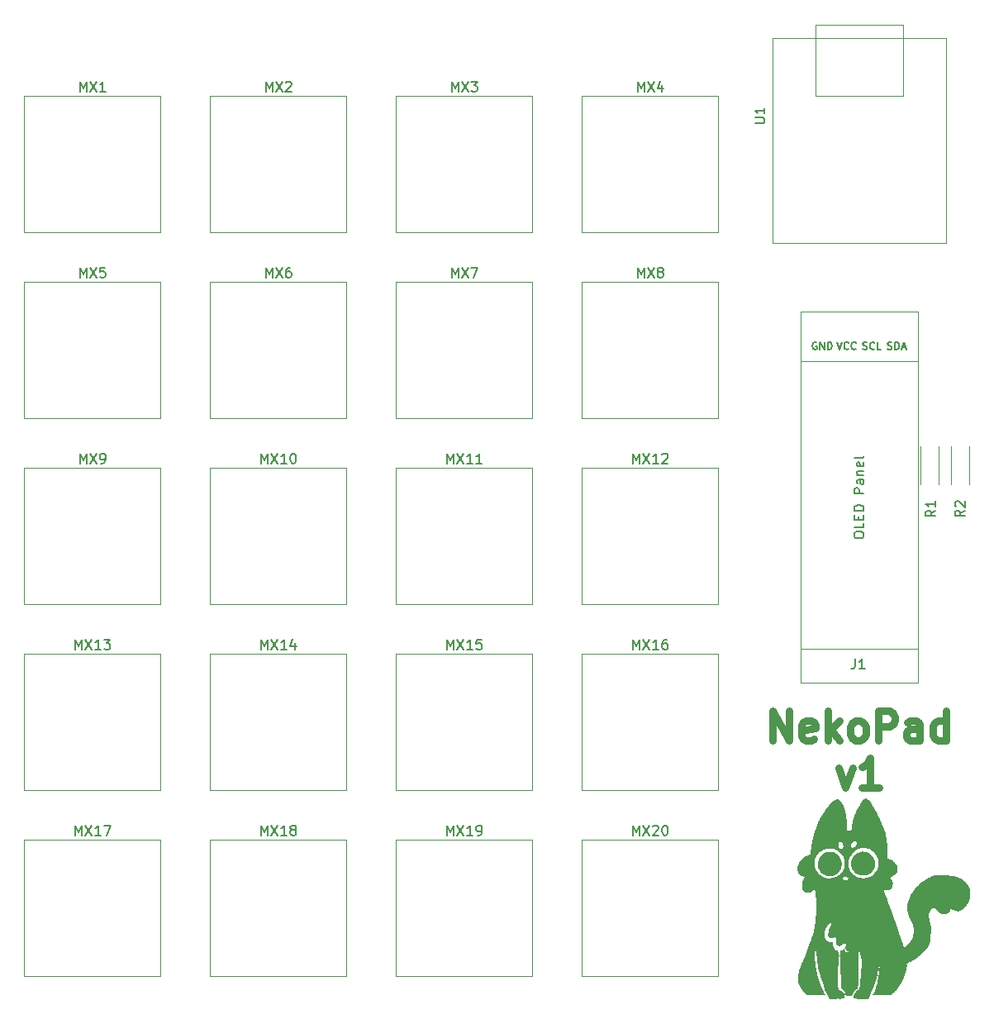
<source format=gbr>
%TF.GenerationSoftware,KiCad,Pcbnew,8.0.5*%
%TF.CreationDate,2024-10-05T13:22:53-05:00*%
%TF.ProjectId,HackPad_Neko,4861636b-5061-4645-9f4e-656b6f2e6b69,rev?*%
%TF.SameCoordinates,Original*%
%TF.FileFunction,Legend,Top*%
%TF.FilePolarity,Positive*%
%FSLAX46Y46*%
G04 Gerber Fmt 4.6, Leading zero omitted, Abs format (unit mm)*
G04 Created by KiCad (PCBNEW 8.0.5) date 2024-10-05 13:22:53*
%MOMM*%
%LPD*%
G01*
G04 APERTURE LIST*
%ADD10C,0.750000*%
%ADD11C,0.150000*%
%ADD12C,0.120000*%
%ADD13C,0.000000*%
%ADD14C,0.040000*%
G04 APERTURE END LIST*
D10*
X188715178Y-125732775D02*
X188715178Y-122732775D01*
X188715178Y-122732775D02*
X190429464Y-125732775D01*
X190429464Y-125732775D02*
X190429464Y-122732775D01*
X193000892Y-125589918D02*
X192715178Y-125732775D01*
X192715178Y-125732775D02*
X192143750Y-125732775D01*
X192143750Y-125732775D02*
X191858035Y-125589918D01*
X191858035Y-125589918D02*
X191715178Y-125304203D01*
X191715178Y-125304203D02*
X191715178Y-124161346D01*
X191715178Y-124161346D02*
X191858035Y-123875632D01*
X191858035Y-123875632D02*
X192143750Y-123732775D01*
X192143750Y-123732775D02*
X192715178Y-123732775D01*
X192715178Y-123732775D02*
X193000892Y-123875632D01*
X193000892Y-123875632D02*
X193143750Y-124161346D01*
X193143750Y-124161346D02*
X193143750Y-124447060D01*
X193143750Y-124447060D02*
X191715178Y-124732775D01*
X194429464Y-125732775D02*
X194429464Y-122732775D01*
X194715179Y-124589918D02*
X195572321Y-125732775D01*
X195572321Y-123732775D02*
X194429464Y-124875632D01*
X197286607Y-125732775D02*
X197000892Y-125589918D01*
X197000892Y-125589918D02*
X196858035Y-125447060D01*
X196858035Y-125447060D02*
X196715178Y-125161346D01*
X196715178Y-125161346D02*
X196715178Y-124304203D01*
X196715178Y-124304203D02*
X196858035Y-124018489D01*
X196858035Y-124018489D02*
X197000892Y-123875632D01*
X197000892Y-123875632D02*
X197286607Y-123732775D01*
X197286607Y-123732775D02*
X197715178Y-123732775D01*
X197715178Y-123732775D02*
X198000892Y-123875632D01*
X198000892Y-123875632D02*
X198143750Y-124018489D01*
X198143750Y-124018489D02*
X198286607Y-124304203D01*
X198286607Y-124304203D02*
X198286607Y-125161346D01*
X198286607Y-125161346D02*
X198143750Y-125447060D01*
X198143750Y-125447060D02*
X198000892Y-125589918D01*
X198000892Y-125589918D02*
X197715178Y-125732775D01*
X197715178Y-125732775D02*
X197286607Y-125732775D01*
X199572321Y-125732775D02*
X199572321Y-122732775D01*
X199572321Y-122732775D02*
X200715178Y-122732775D01*
X200715178Y-122732775D02*
X201000893Y-122875632D01*
X201000893Y-122875632D02*
X201143750Y-123018489D01*
X201143750Y-123018489D02*
X201286607Y-123304203D01*
X201286607Y-123304203D02*
X201286607Y-123732775D01*
X201286607Y-123732775D02*
X201143750Y-124018489D01*
X201143750Y-124018489D02*
X201000893Y-124161346D01*
X201000893Y-124161346D02*
X200715178Y-124304203D01*
X200715178Y-124304203D02*
X199572321Y-124304203D01*
X203858036Y-125732775D02*
X203858036Y-124161346D01*
X203858036Y-124161346D02*
X203715178Y-123875632D01*
X203715178Y-123875632D02*
X203429464Y-123732775D01*
X203429464Y-123732775D02*
X202858036Y-123732775D01*
X202858036Y-123732775D02*
X202572321Y-123875632D01*
X203858036Y-125589918D02*
X203572321Y-125732775D01*
X203572321Y-125732775D02*
X202858036Y-125732775D01*
X202858036Y-125732775D02*
X202572321Y-125589918D01*
X202572321Y-125589918D02*
X202429464Y-125304203D01*
X202429464Y-125304203D02*
X202429464Y-125018489D01*
X202429464Y-125018489D02*
X202572321Y-124732775D01*
X202572321Y-124732775D02*
X202858036Y-124589918D01*
X202858036Y-124589918D02*
X203572321Y-124589918D01*
X203572321Y-124589918D02*
X203858036Y-124447060D01*
X206572322Y-125732775D02*
X206572322Y-122732775D01*
X206572322Y-125589918D02*
X206286607Y-125732775D01*
X206286607Y-125732775D02*
X205715179Y-125732775D01*
X205715179Y-125732775D02*
X205429464Y-125589918D01*
X205429464Y-125589918D02*
X205286607Y-125447060D01*
X205286607Y-125447060D02*
X205143750Y-125161346D01*
X205143750Y-125161346D02*
X205143750Y-124304203D01*
X205143750Y-124304203D02*
X205286607Y-124018489D01*
X205286607Y-124018489D02*
X205429464Y-123875632D01*
X205429464Y-123875632D02*
X205715179Y-123732775D01*
X205715179Y-123732775D02*
X206286607Y-123732775D01*
X206286607Y-123732775D02*
X206572322Y-123875632D01*
X195500893Y-128562607D02*
X196215179Y-130562607D01*
X196215179Y-130562607D02*
X196929464Y-128562607D01*
X199643750Y-130562607D02*
X197929464Y-130562607D01*
X198786607Y-130562607D02*
X198786607Y-127562607D01*
X198786607Y-127562607D02*
X198500893Y-127991178D01*
X198500893Y-127991178D02*
X198215178Y-128276892D01*
X198215178Y-128276892D02*
X197929464Y-128419750D01*
D11*
X208454819Y-102166666D02*
X207978628Y-102499999D01*
X208454819Y-102738094D02*
X207454819Y-102738094D01*
X207454819Y-102738094D02*
X207454819Y-102357142D01*
X207454819Y-102357142D02*
X207502438Y-102261904D01*
X207502438Y-102261904D02*
X207550057Y-102214285D01*
X207550057Y-102214285D02*
X207645295Y-102166666D01*
X207645295Y-102166666D02*
X207788152Y-102166666D01*
X207788152Y-102166666D02*
X207883390Y-102214285D01*
X207883390Y-102214285D02*
X207931009Y-102261904D01*
X207931009Y-102261904D02*
X207978628Y-102357142D01*
X207978628Y-102357142D02*
X207978628Y-102738094D01*
X207550057Y-101785713D02*
X207502438Y-101738094D01*
X207502438Y-101738094D02*
X207454819Y-101642856D01*
X207454819Y-101642856D02*
X207454819Y-101404761D01*
X207454819Y-101404761D02*
X207502438Y-101309523D01*
X207502438Y-101309523D02*
X207550057Y-101261904D01*
X207550057Y-101261904D02*
X207645295Y-101214285D01*
X207645295Y-101214285D02*
X207740533Y-101214285D01*
X207740533Y-101214285D02*
X207883390Y-101261904D01*
X207883390Y-101261904D02*
X208454819Y-101833332D01*
X208454819Y-101833332D02*
X208454819Y-101214285D01*
X205454819Y-102166666D02*
X204978628Y-102499999D01*
X205454819Y-102738094D02*
X204454819Y-102738094D01*
X204454819Y-102738094D02*
X204454819Y-102357142D01*
X204454819Y-102357142D02*
X204502438Y-102261904D01*
X204502438Y-102261904D02*
X204550057Y-102214285D01*
X204550057Y-102214285D02*
X204645295Y-102166666D01*
X204645295Y-102166666D02*
X204788152Y-102166666D01*
X204788152Y-102166666D02*
X204883390Y-102214285D01*
X204883390Y-102214285D02*
X204931009Y-102261904D01*
X204931009Y-102261904D02*
X204978628Y-102357142D01*
X204978628Y-102357142D02*
X204978628Y-102738094D01*
X205454819Y-101214285D02*
X205454819Y-101785713D01*
X205454819Y-101499999D02*
X204454819Y-101499999D01*
X204454819Y-101499999D02*
X204597676Y-101595237D01*
X204597676Y-101595237D02*
X204692914Y-101690475D01*
X204692914Y-101690475D02*
X204740533Y-101785713D01*
X155400595Y-116405819D02*
X155400595Y-115405819D01*
X155400595Y-115405819D02*
X155733928Y-116120104D01*
X155733928Y-116120104D02*
X156067261Y-115405819D01*
X156067261Y-115405819D02*
X156067261Y-116405819D01*
X156448214Y-115405819D02*
X157114880Y-116405819D01*
X157114880Y-115405819D02*
X156448214Y-116405819D01*
X158019642Y-116405819D02*
X157448214Y-116405819D01*
X157733928Y-116405819D02*
X157733928Y-115405819D01*
X157733928Y-115405819D02*
X157638690Y-115548676D01*
X157638690Y-115548676D02*
X157543452Y-115643914D01*
X157543452Y-115643914D02*
X157448214Y-115691533D01*
X158924404Y-115405819D02*
X158448214Y-115405819D01*
X158448214Y-115405819D02*
X158400595Y-115882009D01*
X158400595Y-115882009D02*
X158448214Y-115834390D01*
X158448214Y-115834390D02*
X158543452Y-115786771D01*
X158543452Y-115786771D02*
X158781547Y-115786771D01*
X158781547Y-115786771D02*
X158876785Y-115834390D01*
X158876785Y-115834390D02*
X158924404Y-115882009D01*
X158924404Y-115882009D02*
X158972023Y-115977247D01*
X158972023Y-115977247D02*
X158972023Y-116215342D01*
X158972023Y-116215342D02*
X158924404Y-116310580D01*
X158924404Y-116310580D02*
X158876785Y-116358200D01*
X158876785Y-116358200D02*
X158781547Y-116405819D01*
X158781547Y-116405819D02*
X158543452Y-116405819D01*
X158543452Y-116405819D02*
X158448214Y-116358200D01*
X158448214Y-116358200D02*
X158400595Y-116310580D01*
X117776786Y-78305819D02*
X117776786Y-77305819D01*
X117776786Y-77305819D02*
X118110119Y-78020104D01*
X118110119Y-78020104D02*
X118443452Y-77305819D01*
X118443452Y-77305819D02*
X118443452Y-78305819D01*
X118824405Y-77305819D02*
X119491071Y-78305819D01*
X119491071Y-77305819D02*
X118824405Y-78305819D01*
X120348214Y-77305819D02*
X119872024Y-77305819D01*
X119872024Y-77305819D02*
X119824405Y-77782009D01*
X119824405Y-77782009D02*
X119872024Y-77734390D01*
X119872024Y-77734390D02*
X119967262Y-77686771D01*
X119967262Y-77686771D02*
X120205357Y-77686771D01*
X120205357Y-77686771D02*
X120300595Y-77734390D01*
X120300595Y-77734390D02*
X120348214Y-77782009D01*
X120348214Y-77782009D02*
X120395833Y-77877247D01*
X120395833Y-77877247D02*
X120395833Y-78115342D01*
X120395833Y-78115342D02*
X120348214Y-78210580D01*
X120348214Y-78210580D02*
X120300595Y-78258200D01*
X120300595Y-78258200D02*
X120205357Y-78305819D01*
X120205357Y-78305819D02*
X119967262Y-78305819D01*
X119967262Y-78305819D02*
X119872024Y-78258200D01*
X119872024Y-78258200D02*
X119824405Y-78210580D01*
X136350595Y-135455819D02*
X136350595Y-134455819D01*
X136350595Y-134455819D02*
X136683928Y-135170104D01*
X136683928Y-135170104D02*
X137017261Y-134455819D01*
X137017261Y-134455819D02*
X137017261Y-135455819D01*
X137398214Y-134455819D02*
X138064880Y-135455819D01*
X138064880Y-134455819D02*
X137398214Y-135455819D01*
X138969642Y-135455819D02*
X138398214Y-135455819D01*
X138683928Y-135455819D02*
X138683928Y-134455819D01*
X138683928Y-134455819D02*
X138588690Y-134598676D01*
X138588690Y-134598676D02*
X138493452Y-134693914D01*
X138493452Y-134693914D02*
X138398214Y-134741533D01*
X139541071Y-134884390D02*
X139445833Y-134836771D01*
X139445833Y-134836771D02*
X139398214Y-134789152D01*
X139398214Y-134789152D02*
X139350595Y-134693914D01*
X139350595Y-134693914D02*
X139350595Y-134646295D01*
X139350595Y-134646295D02*
X139398214Y-134551057D01*
X139398214Y-134551057D02*
X139445833Y-134503438D01*
X139445833Y-134503438D02*
X139541071Y-134455819D01*
X139541071Y-134455819D02*
X139731547Y-134455819D01*
X139731547Y-134455819D02*
X139826785Y-134503438D01*
X139826785Y-134503438D02*
X139874404Y-134551057D01*
X139874404Y-134551057D02*
X139922023Y-134646295D01*
X139922023Y-134646295D02*
X139922023Y-134693914D01*
X139922023Y-134693914D02*
X139874404Y-134789152D01*
X139874404Y-134789152D02*
X139826785Y-134836771D01*
X139826785Y-134836771D02*
X139731547Y-134884390D01*
X139731547Y-134884390D02*
X139541071Y-134884390D01*
X139541071Y-134884390D02*
X139445833Y-134932009D01*
X139445833Y-134932009D02*
X139398214Y-134979628D01*
X139398214Y-134979628D02*
X139350595Y-135074866D01*
X139350595Y-135074866D02*
X139350595Y-135265342D01*
X139350595Y-135265342D02*
X139398214Y-135360580D01*
X139398214Y-135360580D02*
X139445833Y-135408200D01*
X139445833Y-135408200D02*
X139541071Y-135455819D01*
X139541071Y-135455819D02*
X139731547Y-135455819D01*
X139731547Y-135455819D02*
X139826785Y-135408200D01*
X139826785Y-135408200D02*
X139874404Y-135360580D01*
X139874404Y-135360580D02*
X139922023Y-135265342D01*
X139922023Y-135265342D02*
X139922023Y-135074866D01*
X139922023Y-135074866D02*
X139874404Y-134979628D01*
X139874404Y-134979628D02*
X139826785Y-134932009D01*
X139826785Y-134932009D02*
X139731547Y-134884390D01*
X174450595Y-135455819D02*
X174450595Y-134455819D01*
X174450595Y-134455819D02*
X174783928Y-135170104D01*
X174783928Y-135170104D02*
X175117261Y-134455819D01*
X175117261Y-134455819D02*
X175117261Y-135455819D01*
X175498214Y-134455819D02*
X176164880Y-135455819D01*
X176164880Y-134455819D02*
X175498214Y-135455819D01*
X176498214Y-134551057D02*
X176545833Y-134503438D01*
X176545833Y-134503438D02*
X176641071Y-134455819D01*
X176641071Y-134455819D02*
X176879166Y-134455819D01*
X176879166Y-134455819D02*
X176974404Y-134503438D01*
X176974404Y-134503438D02*
X177022023Y-134551057D01*
X177022023Y-134551057D02*
X177069642Y-134646295D01*
X177069642Y-134646295D02*
X177069642Y-134741533D01*
X177069642Y-134741533D02*
X177022023Y-134884390D01*
X177022023Y-134884390D02*
X176450595Y-135455819D01*
X176450595Y-135455819D02*
X177069642Y-135455819D01*
X177688690Y-134455819D02*
X177783928Y-134455819D01*
X177783928Y-134455819D02*
X177879166Y-134503438D01*
X177879166Y-134503438D02*
X177926785Y-134551057D01*
X177926785Y-134551057D02*
X177974404Y-134646295D01*
X177974404Y-134646295D02*
X178022023Y-134836771D01*
X178022023Y-134836771D02*
X178022023Y-135074866D01*
X178022023Y-135074866D02*
X177974404Y-135265342D01*
X177974404Y-135265342D02*
X177926785Y-135360580D01*
X177926785Y-135360580D02*
X177879166Y-135408200D01*
X177879166Y-135408200D02*
X177783928Y-135455819D01*
X177783928Y-135455819D02*
X177688690Y-135455819D01*
X177688690Y-135455819D02*
X177593452Y-135408200D01*
X177593452Y-135408200D02*
X177545833Y-135360580D01*
X177545833Y-135360580D02*
X177498214Y-135265342D01*
X177498214Y-135265342D02*
X177450595Y-135074866D01*
X177450595Y-135074866D02*
X177450595Y-134836771D01*
X177450595Y-134836771D02*
X177498214Y-134646295D01*
X177498214Y-134646295D02*
X177545833Y-134551057D01*
X177545833Y-134551057D02*
X177593452Y-134503438D01*
X177593452Y-134503438D02*
X177688690Y-134455819D01*
X136350595Y-116405819D02*
X136350595Y-115405819D01*
X136350595Y-115405819D02*
X136683928Y-116120104D01*
X136683928Y-116120104D02*
X137017261Y-115405819D01*
X137017261Y-115405819D02*
X137017261Y-116405819D01*
X137398214Y-115405819D02*
X138064880Y-116405819D01*
X138064880Y-115405819D02*
X137398214Y-116405819D01*
X138969642Y-116405819D02*
X138398214Y-116405819D01*
X138683928Y-116405819D02*
X138683928Y-115405819D01*
X138683928Y-115405819D02*
X138588690Y-115548676D01*
X138588690Y-115548676D02*
X138493452Y-115643914D01*
X138493452Y-115643914D02*
X138398214Y-115691533D01*
X139826785Y-115739152D02*
X139826785Y-116405819D01*
X139588690Y-115358200D02*
X139350595Y-116072485D01*
X139350595Y-116072485D02*
X139969642Y-116072485D01*
X155876786Y-59255819D02*
X155876786Y-58255819D01*
X155876786Y-58255819D02*
X156210119Y-58970104D01*
X156210119Y-58970104D02*
X156543452Y-58255819D01*
X156543452Y-58255819D02*
X156543452Y-59255819D01*
X156924405Y-58255819D02*
X157591071Y-59255819D01*
X157591071Y-58255819D02*
X156924405Y-59255819D01*
X157876786Y-58255819D02*
X158495833Y-58255819D01*
X158495833Y-58255819D02*
X158162500Y-58636771D01*
X158162500Y-58636771D02*
X158305357Y-58636771D01*
X158305357Y-58636771D02*
X158400595Y-58684390D01*
X158400595Y-58684390D02*
X158448214Y-58732009D01*
X158448214Y-58732009D02*
X158495833Y-58827247D01*
X158495833Y-58827247D02*
X158495833Y-59065342D01*
X158495833Y-59065342D02*
X158448214Y-59160580D01*
X158448214Y-59160580D02*
X158400595Y-59208200D01*
X158400595Y-59208200D02*
X158305357Y-59255819D01*
X158305357Y-59255819D02*
X158019643Y-59255819D01*
X158019643Y-59255819D02*
X157924405Y-59208200D01*
X157924405Y-59208200D02*
X157876786Y-59160580D01*
X136826786Y-59255819D02*
X136826786Y-58255819D01*
X136826786Y-58255819D02*
X137160119Y-58970104D01*
X137160119Y-58970104D02*
X137493452Y-58255819D01*
X137493452Y-58255819D02*
X137493452Y-59255819D01*
X137874405Y-58255819D02*
X138541071Y-59255819D01*
X138541071Y-58255819D02*
X137874405Y-59255819D01*
X138874405Y-58351057D02*
X138922024Y-58303438D01*
X138922024Y-58303438D02*
X139017262Y-58255819D01*
X139017262Y-58255819D02*
X139255357Y-58255819D01*
X139255357Y-58255819D02*
X139350595Y-58303438D01*
X139350595Y-58303438D02*
X139398214Y-58351057D01*
X139398214Y-58351057D02*
X139445833Y-58446295D01*
X139445833Y-58446295D02*
X139445833Y-58541533D01*
X139445833Y-58541533D02*
X139398214Y-58684390D01*
X139398214Y-58684390D02*
X138826786Y-59255819D01*
X138826786Y-59255819D02*
X139445833Y-59255819D01*
X117300595Y-116405819D02*
X117300595Y-115405819D01*
X117300595Y-115405819D02*
X117633928Y-116120104D01*
X117633928Y-116120104D02*
X117967261Y-115405819D01*
X117967261Y-115405819D02*
X117967261Y-116405819D01*
X118348214Y-115405819D02*
X119014880Y-116405819D01*
X119014880Y-115405819D02*
X118348214Y-116405819D01*
X119919642Y-116405819D02*
X119348214Y-116405819D01*
X119633928Y-116405819D02*
X119633928Y-115405819D01*
X119633928Y-115405819D02*
X119538690Y-115548676D01*
X119538690Y-115548676D02*
X119443452Y-115643914D01*
X119443452Y-115643914D02*
X119348214Y-115691533D01*
X120252976Y-115405819D02*
X120872023Y-115405819D01*
X120872023Y-115405819D02*
X120538690Y-115786771D01*
X120538690Y-115786771D02*
X120681547Y-115786771D01*
X120681547Y-115786771D02*
X120776785Y-115834390D01*
X120776785Y-115834390D02*
X120824404Y-115882009D01*
X120824404Y-115882009D02*
X120872023Y-115977247D01*
X120872023Y-115977247D02*
X120872023Y-116215342D01*
X120872023Y-116215342D02*
X120824404Y-116310580D01*
X120824404Y-116310580D02*
X120776785Y-116358200D01*
X120776785Y-116358200D02*
X120681547Y-116405819D01*
X120681547Y-116405819D02*
X120395833Y-116405819D01*
X120395833Y-116405819D02*
X120300595Y-116358200D01*
X120300595Y-116358200D02*
X120252976Y-116310580D01*
X136826786Y-78305819D02*
X136826786Y-77305819D01*
X136826786Y-77305819D02*
X137160119Y-78020104D01*
X137160119Y-78020104D02*
X137493452Y-77305819D01*
X137493452Y-77305819D02*
X137493452Y-78305819D01*
X137874405Y-77305819D02*
X138541071Y-78305819D01*
X138541071Y-77305819D02*
X137874405Y-78305819D01*
X139350595Y-77305819D02*
X139160119Y-77305819D01*
X139160119Y-77305819D02*
X139064881Y-77353438D01*
X139064881Y-77353438D02*
X139017262Y-77401057D01*
X139017262Y-77401057D02*
X138922024Y-77543914D01*
X138922024Y-77543914D02*
X138874405Y-77734390D01*
X138874405Y-77734390D02*
X138874405Y-78115342D01*
X138874405Y-78115342D02*
X138922024Y-78210580D01*
X138922024Y-78210580D02*
X138969643Y-78258200D01*
X138969643Y-78258200D02*
X139064881Y-78305819D01*
X139064881Y-78305819D02*
X139255357Y-78305819D01*
X139255357Y-78305819D02*
X139350595Y-78258200D01*
X139350595Y-78258200D02*
X139398214Y-78210580D01*
X139398214Y-78210580D02*
X139445833Y-78115342D01*
X139445833Y-78115342D02*
X139445833Y-77877247D01*
X139445833Y-77877247D02*
X139398214Y-77782009D01*
X139398214Y-77782009D02*
X139350595Y-77734390D01*
X139350595Y-77734390D02*
X139255357Y-77686771D01*
X139255357Y-77686771D02*
X139064881Y-77686771D01*
X139064881Y-77686771D02*
X138969643Y-77734390D01*
X138969643Y-77734390D02*
X138922024Y-77782009D01*
X138922024Y-77782009D02*
X138874405Y-77877247D01*
X174926786Y-59255819D02*
X174926786Y-58255819D01*
X174926786Y-58255819D02*
X175260119Y-58970104D01*
X175260119Y-58970104D02*
X175593452Y-58255819D01*
X175593452Y-58255819D02*
X175593452Y-59255819D01*
X175974405Y-58255819D02*
X176641071Y-59255819D01*
X176641071Y-58255819D02*
X175974405Y-59255819D01*
X177450595Y-58589152D02*
X177450595Y-59255819D01*
X177212500Y-58208200D02*
X176974405Y-58922485D01*
X176974405Y-58922485D02*
X177593452Y-58922485D01*
X155400595Y-135455819D02*
X155400595Y-134455819D01*
X155400595Y-134455819D02*
X155733928Y-135170104D01*
X155733928Y-135170104D02*
X156067261Y-134455819D01*
X156067261Y-134455819D02*
X156067261Y-135455819D01*
X156448214Y-134455819D02*
X157114880Y-135455819D01*
X157114880Y-134455819D02*
X156448214Y-135455819D01*
X158019642Y-135455819D02*
X157448214Y-135455819D01*
X157733928Y-135455819D02*
X157733928Y-134455819D01*
X157733928Y-134455819D02*
X157638690Y-134598676D01*
X157638690Y-134598676D02*
X157543452Y-134693914D01*
X157543452Y-134693914D02*
X157448214Y-134741533D01*
X158495833Y-135455819D02*
X158686309Y-135455819D01*
X158686309Y-135455819D02*
X158781547Y-135408200D01*
X158781547Y-135408200D02*
X158829166Y-135360580D01*
X158829166Y-135360580D02*
X158924404Y-135217723D01*
X158924404Y-135217723D02*
X158972023Y-135027247D01*
X158972023Y-135027247D02*
X158972023Y-134646295D01*
X158972023Y-134646295D02*
X158924404Y-134551057D01*
X158924404Y-134551057D02*
X158876785Y-134503438D01*
X158876785Y-134503438D02*
X158781547Y-134455819D01*
X158781547Y-134455819D02*
X158591071Y-134455819D01*
X158591071Y-134455819D02*
X158495833Y-134503438D01*
X158495833Y-134503438D02*
X158448214Y-134551057D01*
X158448214Y-134551057D02*
X158400595Y-134646295D01*
X158400595Y-134646295D02*
X158400595Y-134884390D01*
X158400595Y-134884390D02*
X158448214Y-134979628D01*
X158448214Y-134979628D02*
X158495833Y-135027247D01*
X158495833Y-135027247D02*
X158591071Y-135074866D01*
X158591071Y-135074866D02*
X158781547Y-135074866D01*
X158781547Y-135074866D02*
X158876785Y-135027247D01*
X158876785Y-135027247D02*
X158924404Y-134979628D01*
X158924404Y-134979628D02*
X158972023Y-134884390D01*
X136350595Y-97355819D02*
X136350595Y-96355819D01*
X136350595Y-96355819D02*
X136683928Y-97070104D01*
X136683928Y-97070104D02*
X137017261Y-96355819D01*
X137017261Y-96355819D02*
X137017261Y-97355819D01*
X137398214Y-96355819D02*
X138064880Y-97355819D01*
X138064880Y-96355819D02*
X137398214Y-97355819D01*
X138969642Y-97355819D02*
X138398214Y-97355819D01*
X138683928Y-97355819D02*
X138683928Y-96355819D01*
X138683928Y-96355819D02*
X138588690Y-96498676D01*
X138588690Y-96498676D02*
X138493452Y-96593914D01*
X138493452Y-96593914D02*
X138398214Y-96641533D01*
X139588690Y-96355819D02*
X139683928Y-96355819D01*
X139683928Y-96355819D02*
X139779166Y-96403438D01*
X139779166Y-96403438D02*
X139826785Y-96451057D01*
X139826785Y-96451057D02*
X139874404Y-96546295D01*
X139874404Y-96546295D02*
X139922023Y-96736771D01*
X139922023Y-96736771D02*
X139922023Y-96974866D01*
X139922023Y-96974866D02*
X139874404Y-97165342D01*
X139874404Y-97165342D02*
X139826785Y-97260580D01*
X139826785Y-97260580D02*
X139779166Y-97308200D01*
X139779166Y-97308200D02*
X139683928Y-97355819D01*
X139683928Y-97355819D02*
X139588690Y-97355819D01*
X139588690Y-97355819D02*
X139493452Y-97308200D01*
X139493452Y-97308200D02*
X139445833Y-97260580D01*
X139445833Y-97260580D02*
X139398214Y-97165342D01*
X139398214Y-97165342D02*
X139350595Y-96974866D01*
X139350595Y-96974866D02*
X139350595Y-96736771D01*
X139350595Y-96736771D02*
X139398214Y-96546295D01*
X139398214Y-96546295D02*
X139445833Y-96451057D01*
X139445833Y-96451057D02*
X139493452Y-96403438D01*
X139493452Y-96403438D02*
X139588690Y-96355819D01*
X174450595Y-97355819D02*
X174450595Y-96355819D01*
X174450595Y-96355819D02*
X174783928Y-97070104D01*
X174783928Y-97070104D02*
X175117261Y-96355819D01*
X175117261Y-96355819D02*
X175117261Y-97355819D01*
X175498214Y-96355819D02*
X176164880Y-97355819D01*
X176164880Y-96355819D02*
X175498214Y-97355819D01*
X177069642Y-97355819D02*
X176498214Y-97355819D01*
X176783928Y-97355819D02*
X176783928Y-96355819D01*
X176783928Y-96355819D02*
X176688690Y-96498676D01*
X176688690Y-96498676D02*
X176593452Y-96593914D01*
X176593452Y-96593914D02*
X176498214Y-96641533D01*
X177450595Y-96451057D02*
X177498214Y-96403438D01*
X177498214Y-96403438D02*
X177593452Y-96355819D01*
X177593452Y-96355819D02*
X177831547Y-96355819D01*
X177831547Y-96355819D02*
X177926785Y-96403438D01*
X177926785Y-96403438D02*
X177974404Y-96451057D01*
X177974404Y-96451057D02*
X178022023Y-96546295D01*
X178022023Y-96546295D02*
X178022023Y-96641533D01*
X178022023Y-96641533D02*
X177974404Y-96784390D01*
X177974404Y-96784390D02*
X177402976Y-97355819D01*
X177402976Y-97355819D02*
X178022023Y-97355819D01*
X155400595Y-97355819D02*
X155400595Y-96355819D01*
X155400595Y-96355819D02*
X155733928Y-97070104D01*
X155733928Y-97070104D02*
X156067261Y-96355819D01*
X156067261Y-96355819D02*
X156067261Y-97355819D01*
X156448214Y-96355819D02*
X157114880Y-97355819D01*
X157114880Y-96355819D02*
X156448214Y-97355819D01*
X158019642Y-97355819D02*
X157448214Y-97355819D01*
X157733928Y-97355819D02*
X157733928Y-96355819D01*
X157733928Y-96355819D02*
X157638690Y-96498676D01*
X157638690Y-96498676D02*
X157543452Y-96593914D01*
X157543452Y-96593914D02*
X157448214Y-96641533D01*
X158972023Y-97355819D02*
X158400595Y-97355819D01*
X158686309Y-97355819D02*
X158686309Y-96355819D01*
X158686309Y-96355819D02*
X158591071Y-96498676D01*
X158591071Y-96498676D02*
X158495833Y-96593914D01*
X158495833Y-96593914D02*
X158400595Y-96641533D01*
X197220416Y-117398569D02*
X197220416Y-118112854D01*
X197220416Y-118112854D02*
X197172797Y-118255711D01*
X197172797Y-118255711D02*
X197077559Y-118350950D01*
X197077559Y-118350950D02*
X196934702Y-118398569D01*
X196934702Y-118398569D02*
X196839464Y-118398569D01*
X198220416Y-118398569D02*
X197648988Y-118398569D01*
X197934702Y-118398569D02*
X197934702Y-117398569D01*
X197934702Y-117398569D02*
X197839464Y-117541426D01*
X197839464Y-117541426D02*
X197744226Y-117636664D01*
X197744226Y-117636664D02*
X197648988Y-117684283D01*
X200543036Y-85647200D02*
X200650179Y-85682914D01*
X200650179Y-85682914D02*
X200828750Y-85682914D01*
X200828750Y-85682914D02*
X200900179Y-85647200D01*
X200900179Y-85647200D02*
X200935893Y-85611485D01*
X200935893Y-85611485D02*
X200971607Y-85540057D01*
X200971607Y-85540057D02*
X200971607Y-85468628D01*
X200971607Y-85468628D02*
X200935893Y-85397200D01*
X200935893Y-85397200D02*
X200900179Y-85361485D01*
X200900179Y-85361485D02*
X200828750Y-85325771D01*
X200828750Y-85325771D02*
X200685893Y-85290057D01*
X200685893Y-85290057D02*
X200614464Y-85254342D01*
X200614464Y-85254342D02*
X200578750Y-85218628D01*
X200578750Y-85218628D02*
X200543036Y-85147200D01*
X200543036Y-85147200D02*
X200543036Y-85075771D01*
X200543036Y-85075771D02*
X200578750Y-85004342D01*
X200578750Y-85004342D02*
X200614464Y-84968628D01*
X200614464Y-84968628D02*
X200685893Y-84932914D01*
X200685893Y-84932914D02*
X200864464Y-84932914D01*
X200864464Y-84932914D02*
X200971607Y-84968628D01*
X201293036Y-85682914D02*
X201293036Y-84932914D01*
X201293036Y-84932914D02*
X201471607Y-84932914D01*
X201471607Y-84932914D02*
X201578750Y-84968628D01*
X201578750Y-84968628D02*
X201650179Y-85040057D01*
X201650179Y-85040057D02*
X201685893Y-85111485D01*
X201685893Y-85111485D02*
X201721607Y-85254342D01*
X201721607Y-85254342D02*
X201721607Y-85361485D01*
X201721607Y-85361485D02*
X201685893Y-85504342D01*
X201685893Y-85504342D02*
X201650179Y-85575771D01*
X201650179Y-85575771D02*
X201578750Y-85647200D01*
X201578750Y-85647200D02*
X201471607Y-85682914D01*
X201471607Y-85682914D02*
X201293036Y-85682914D01*
X202007322Y-85468628D02*
X202364465Y-85468628D01*
X201935893Y-85682914D02*
X202185893Y-84932914D01*
X202185893Y-84932914D02*
X202435893Y-85682914D01*
X197098569Y-104772321D02*
X197098569Y-104581845D01*
X197098569Y-104581845D02*
X197146188Y-104486607D01*
X197146188Y-104486607D02*
X197241426Y-104391369D01*
X197241426Y-104391369D02*
X197431902Y-104343750D01*
X197431902Y-104343750D02*
X197765235Y-104343750D01*
X197765235Y-104343750D02*
X197955711Y-104391369D01*
X197955711Y-104391369D02*
X198050950Y-104486607D01*
X198050950Y-104486607D02*
X198098569Y-104581845D01*
X198098569Y-104581845D02*
X198098569Y-104772321D01*
X198098569Y-104772321D02*
X198050950Y-104867559D01*
X198050950Y-104867559D02*
X197955711Y-104962797D01*
X197955711Y-104962797D02*
X197765235Y-105010416D01*
X197765235Y-105010416D02*
X197431902Y-105010416D01*
X197431902Y-105010416D02*
X197241426Y-104962797D01*
X197241426Y-104962797D02*
X197146188Y-104867559D01*
X197146188Y-104867559D02*
X197098569Y-104772321D01*
X198098569Y-103438988D02*
X198098569Y-103915178D01*
X198098569Y-103915178D02*
X197098569Y-103915178D01*
X197574759Y-103105654D02*
X197574759Y-102772321D01*
X198098569Y-102629464D02*
X198098569Y-103105654D01*
X198098569Y-103105654D02*
X197098569Y-103105654D01*
X197098569Y-103105654D02*
X197098569Y-102629464D01*
X198098569Y-102200892D02*
X197098569Y-102200892D01*
X197098569Y-102200892D02*
X197098569Y-101962797D01*
X197098569Y-101962797D02*
X197146188Y-101819940D01*
X197146188Y-101819940D02*
X197241426Y-101724702D01*
X197241426Y-101724702D02*
X197336664Y-101677083D01*
X197336664Y-101677083D02*
X197527140Y-101629464D01*
X197527140Y-101629464D02*
X197669997Y-101629464D01*
X197669997Y-101629464D02*
X197860473Y-101677083D01*
X197860473Y-101677083D02*
X197955711Y-101724702D01*
X197955711Y-101724702D02*
X198050950Y-101819940D01*
X198050950Y-101819940D02*
X198098569Y-101962797D01*
X198098569Y-101962797D02*
X198098569Y-102200892D01*
X198098569Y-100438987D02*
X197098569Y-100438987D01*
X197098569Y-100438987D02*
X197098569Y-100058035D01*
X197098569Y-100058035D02*
X197146188Y-99962797D01*
X197146188Y-99962797D02*
X197193807Y-99915178D01*
X197193807Y-99915178D02*
X197289045Y-99867559D01*
X197289045Y-99867559D02*
X197431902Y-99867559D01*
X197431902Y-99867559D02*
X197527140Y-99915178D01*
X197527140Y-99915178D02*
X197574759Y-99962797D01*
X197574759Y-99962797D02*
X197622378Y-100058035D01*
X197622378Y-100058035D02*
X197622378Y-100438987D01*
X198098569Y-99010416D02*
X197574759Y-99010416D01*
X197574759Y-99010416D02*
X197479521Y-99058035D01*
X197479521Y-99058035D02*
X197431902Y-99153273D01*
X197431902Y-99153273D02*
X197431902Y-99343749D01*
X197431902Y-99343749D02*
X197479521Y-99438987D01*
X198050950Y-99010416D02*
X198098569Y-99105654D01*
X198098569Y-99105654D02*
X198098569Y-99343749D01*
X198098569Y-99343749D02*
X198050950Y-99438987D01*
X198050950Y-99438987D02*
X197955711Y-99486606D01*
X197955711Y-99486606D02*
X197860473Y-99486606D01*
X197860473Y-99486606D02*
X197765235Y-99438987D01*
X197765235Y-99438987D02*
X197717616Y-99343749D01*
X197717616Y-99343749D02*
X197717616Y-99105654D01*
X197717616Y-99105654D02*
X197669997Y-99010416D01*
X197431902Y-98534225D02*
X198098569Y-98534225D01*
X197527140Y-98534225D02*
X197479521Y-98486606D01*
X197479521Y-98486606D02*
X197431902Y-98391368D01*
X197431902Y-98391368D02*
X197431902Y-98248511D01*
X197431902Y-98248511D02*
X197479521Y-98153273D01*
X197479521Y-98153273D02*
X197574759Y-98105654D01*
X197574759Y-98105654D02*
X198098569Y-98105654D01*
X198050950Y-97248511D02*
X198098569Y-97343749D01*
X198098569Y-97343749D02*
X198098569Y-97534225D01*
X198098569Y-97534225D02*
X198050950Y-97629463D01*
X198050950Y-97629463D02*
X197955711Y-97677082D01*
X197955711Y-97677082D02*
X197574759Y-97677082D01*
X197574759Y-97677082D02*
X197479521Y-97629463D01*
X197479521Y-97629463D02*
X197431902Y-97534225D01*
X197431902Y-97534225D02*
X197431902Y-97343749D01*
X197431902Y-97343749D02*
X197479521Y-97248511D01*
X197479521Y-97248511D02*
X197574759Y-97200892D01*
X197574759Y-97200892D02*
X197669997Y-97200892D01*
X197669997Y-97200892D02*
X197765235Y-97677082D01*
X198098569Y-96629463D02*
X198050950Y-96724701D01*
X198050950Y-96724701D02*
X197955711Y-96772320D01*
X197955711Y-96772320D02*
X197098569Y-96772320D01*
X198020893Y-85647200D02*
X198128036Y-85682914D01*
X198128036Y-85682914D02*
X198306607Y-85682914D01*
X198306607Y-85682914D02*
X198378036Y-85647200D01*
X198378036Y-85647200D02*
X198413750Y-85611485D01*
X198413750Y-85611485D02*
X198449464Y-85540057D01*
X198449464Y-85540057D02*
X198449464Y-85468628D01*
X198449464Y-85468628D02*
X198413750Y-85397200D01*
X198413750Y-85397200D02*
X198378036Y-85361485D01*
X198378036Y-85361485D02*
X198306607Y-85325771D01*
X198306607Y-85325771D02*
X198163750Y-85290057D01*
X198163750Y-85290057D02*
X198092321Y-85254342D01*
X198092321Y-85254342D02*
X198056607Y-85218628D01*
X198056607Y-85218628D02*
X198020893Y-85147200D01*
X198020893Y-85147200D02*
X198020893Y-85075771D01*
X198020893Y-85075771D02*
X198056607Y-85004342D01*
X198056607Y-85004342D02*
X198092321Y-84968628D01*
X198092321Y-84968628D02*
X198163750Y-84932914D01*
X198163750Y-84932914D02*
X198342321Y-84932914D01*
X198342321Y-84932914D02*
X198449464Y-84968628D01*
X199199464Y-85611485D02*
X199163750Y-85647200D01*
X199163750Y-85647200D02*
X199056607Y-85682914D01*
X199056607Y-85682914D02*
X198985179Y-85682914D01*
X198985179Y-85682914D02*
X198878036Y-85647200D01*
X198878036Y-85647200D02*
X198806607Y-85575771D01*
X198806607Y-85575771D02*
X198770893Y-85504342D01*
X198770893Y-85504342D02*
X198735179Y-85361485D01*
X198735179Y-85361485D02*
X198735179Y-85254342D01*
X198735179Y-85254342D02*
X198770893Y-85111485D01*
X198770893Y-85111485D02*
X198806607Y-85040057D01*
X198806607Y-85040057D02*
X198878036Y-84968628D01*
X198878036Y-84968628D02*
X198985179Y-84932914D01*
X198985179Y-84932914D02*
X199056607Y-84932914D01*
X199056607Y-84932914D02*
X199163750Y-84968628D01*
X199163750Y-84968628D02*
X199199464Y-85004342D01*
X199878036Y-85682914D02*
X199520893Y-85682914D01*
X199520893Y-85682914D02*
X199520893Y-84932914D01*
X193262321Y-84968628D02*
X193190893Y-84932914D01*
X193190893Y-84932914D02*
X193083750Y-84932914D01*
X193083750Y-84932914D02*
X192976607Y-84968628D01*
X192976607Y-84968628D02*
X192905178Y-85040057D01*
X192905178Y-85040057D02*
X192869464Y-85111485D01*
X192869464Y-85111485D02*
X192833750Y-85254342D01*
X192833750Y-85254342D02*
X192833750Y-85361485D01*
X192833750Y-85361485D02*
X192869464Y-85504342D01*
X192869464Y-85504342D02*
X192905178Y-85575771D01*
X192905178Y-85575771D02*
X192976607Y-85647200D01*
X192976607Y-85647200D02*
X193083750Y-85682914D01*
X193083750Y-85682914D02*
X193155178Y-85682914D01*
X193155178Y-85682914D02*
X193262321Y-85647200D01*
X193262321Y-85647200D02*
X193298035Y-85611485D01*
X193298035Y-85611485D02*
X193298035Y-85361485D01*
X193298035Y-85361485D02*
X193155178Y-85361485D01*
X193619464Y-85682914D02*
X193619464Y-84932914D01*
X193619464Y-84932914D02*
X194048035Y-85682914D01*
X194048035Y-85682914D02*
X194048035Y-84932914D01*
X194405178Y-85682914D02*
X194405178Y-84932914D01*
X194405178Y-84932914D02*
X194583749Y-84932914D01*
X194583749Y-84932914D02*
X194690892Y-84968628D01*
X194690892Y-84968628D02*
X194762321Y-85040057D01*
X194762321Y-85040057D02*
X194798035Y-85111485D01*
X194798035Y-85111485D02*
X194833749Y-85254342D01*
X194833749Y-85254342D02*
X194833749Y-85361485D01*
X194833749Y-85361485D02*
X194798035Y-85504342D01*
X194798035Y-85504342D02*
X194762321Y-85575771D01*
X194762321Y-85575771D02*
X194690892Y-85647200D01*
X194690892Y-85647200D02*
X194583749Y-85682914D01*
X194583749Y-85682914D02*
X194405178Y-85682914D01*
X195373750Y-84932914D02*
X195623750Y-85682914D01*
X195623750Y-85682914D02*
X195873750Y-84932914D01*
X196552321Y-85611485D02*
X196516607Y-85647200D01*
X196516607Y-85647200D02*
X196409464Y-85682914D01*
X196409464Y-85682914D02*
X196338036Y-85682914D01*
X196338036Y-85682914D02*
X196230893Y-85647200D01*
X196230893Y-85647200D02*
X196159464Y-85575771D01*
X196159464Y-85575771D02*
X196123750Y-85504342D01*
X196123750Y-85504342D02*
X196088036Y-85361485D01*
X196088036Y-85361485D02*
X196088036Y-85254342D01*
X196088036Y-85254342D02*
X196123750Y-85111485D01*
X196123750Y-85111485D02*
X196159464Y-85040057D01*
X196159464Y-85040057D02*
X196230893Y-84968628D01*
X196230893Y-84968628D02*
X196338036Y-84932914D01*
X196338036Y-84932914D02*
X196409464Y-84932914D01*
X196409464Y-84932914D02*
X196516607Y-84968628D01*
X196516607Y-84968628D02*
X196552321Y-85004342D01*
X197302321Y-85611485D02*
X197266607Y-85647200D01*
X197266607Y-85647200D02*
X197159464Y-85682914D01*
X197159464Y-85682914D02*
X197088036Y-85682914D01*
X197088036Y-85682914D02*
X196980893Y-85647200D01*
X196980893Y-85647200D02*
X196909464Y-85575771D01*
X196909464Y-85575771D02*
X196873750Y-85504342D01*
X196873750Y-85504342D02*
X196838036Y-85361485D01*
X196838036Y-85361485D02*
X196838036Y-85254342D01*
X196838036Y-85254342D02*
X196873750Y-85111485D01*
X196873750Y-85111485D02*
X196909464Y-85040057D01*
X196909464Y-85040057D02*
X196980893Y-84968628D01*
X196980893Y-84968628D02*
X197088036Y-84932914D01*
X197088036Y-84932914D02*
X197159464Y-84932914D01*
X197159464Y-84932914D02*
X197266607Y-84968628D01*
X197266607Y-84968628D02*
X197302321Y-85004342D01*
X174450595Y-116405819D02*
X174450595Y-115405819D01*
X174450595Y-115405819D02*
X174783928Y-116120104D01*
X174783928Y-116120104D02*
X175117261Y-115405819D01*
X175117261Y-115405819D02*
X175117261Y-116405819D01*
X175498214Y-115405819D02*
X176164880Y-116405819D01*
X176164880Y-115405819D02*
X175498214Y-116405819D01*
X177069642Y-116405819D02*
X176498214Y-116405819D01*
X176783928Y-116405819D02*
X176783928Y-115405819D01*
X176783928Y-115405819D02*
X176688690Y-115548676D01*
X176688690Y-115548676D02*
X176593452Y-115643914D01*
X176593452Y-115643914D02*
X176498214Y-115691533D01*
X177926785Y-115405819D02*
X177736309Y-115405819D01*
X177736309Y-115405819D02*
X177641071Y-115453438D01*
X177641071Y-115453438D02*
X177593452Y-115501057D01*
X177593452Y-115501057D02*
X177498214Y-115643914D01*
X177498214Y-115643914D02*
X177450595Y-115834390D01*
X177450595Y-115834390D02*
X177450595Y-116215342D01*
X177450595Y-116215342D02*
X177498214Y-116310580D01*
X177498214Y-116310580D02*
X177545833Y-116358200D01*
X177545833Y-116358200D02*
X177641071Y-116405819D01*
X177641071Y-116405819D02*
X177831547Y-116405819D01*
X177831547Y-116405819D02*
X177926785Y-116358200D01*
X177926785Y-116358200D02*
X177974404Y-116310580D01*
X177974404Y-116310580D02*
X178022023Y-116215342D01*
X178022023Y-116215342D02*
X178022023Y-115977247D01*
X178022023Y-115977247D02*
X177974404Y-115882009D01*
X177974404Y-115882009D02*
X177926785Y-115834390D01*
X177926785Y-115834390D02*
X177831547Y-115786771D01*
X177831547Y-115786771D02*
X177641071Y-115786771D01*
X177641071Y-115786771D02*
X177545833Y-115834390D01*
X177545833Y-115834390D02*
X177498214Y-115882009D01*
X177498214Y-115882009D02*
X177450595Y-115977247D01*
X155876786Y-78305819D02*
X155876786Y-77305819D01*
X155876786Y-77305819D02*
X156210119Y-78020104D01*
X156210119Y-78020104D02*
X156543452Y-77305819D01*
X156543452Y-77305819D02*
X156543452Y-78305819D01*
X156924405Y-77305819D02*
X157591071Y-78305819D01*
X157591071Y-77305819D02*
X156924405Y-78305819D01*
X157876786Y-77305819D02*
X158543452Y-77305819D01*
X158543452Y-77305819D02*
X158114881Y-78305819D01*
X117300595Y-135455819D02*
X117300595Y-134455819D01*
X117300595Y-134455819D02*
X117633928Y-135170104D01*
X117633928Y-135170104D02*
X117967261Y-134455819D01*
X117967261Y-134455819D02*
X117967261Y-135455819D01*
X118348214Y-134455819D02*
X119014880Y-135455819D01*
X119014880Y-134455819D02*
X118348214Y-135455819D01*
X119919642Y-135455819D02*
X119348214Y-135455819D01*
X119633928Y-135455819D02*
X119633928Y-134455819D01*
X119633928Y-134455819D02*
X119538690Y-134598676D01*
X119538690Y-134598676D02*
X119443452Y-134693914D01*
X119443452Y-134693914D02*
X119348214Y-134741533D01*
X120252976Y-134455819D02*
X120919642Y-134455819D01*
X120919642Y-134455819D02*
X120491071Y-135455819D01*
X174926786Y-78305819D02*
X174926786Y-77305819D01*
X174926786Y-77305819D02*
X175260119Y-78020104D01*
X175260119Y-78020104D02*
X175593452Y-77305819D01*
X175593452Y-77305819D02*
X175593452Y-78305819D01*
X175974405Y-77305819D02*
X176641071Y-78305819D01*
X176641071Y-77305819D02*
X175974405Y-78305819D01*
X177164881Y-77734390D02*
X177069643Y-77686771D01*
X177069643Y-77686771D02*
X177022024Y-77639152D01*
X177022024Y-77639152D02*
X176974405Y-77543914D01*
X176974405Y-77543914D02*
X176974405Y-77496295D01*
X176974405Y-77496295D02*
X177022024Y-77401057D01*
X177022024Y-77401057D02*
X177069643Y-77353438D01*
X177069643Y-77353438D02*
X177164881Y-77305819D01*
X177164881Y-77305819D02*
X177355357Y-77305819D01*
X177355357Y-77305819D02*
X177450595Y-77353438D01*
X177450595Y-77353438D02*
X177498214Y-77401057D01*
X177498214Y-77401057D02*
X177545833Y-77496295D01*
X177545833Y-77496295D02*
X177545833Y-77543914D01*
X177545833Y-77543914D02*
X177498214Y-77639152D01*
X177498214Y-77639152D02*
X177450595Y-77686771D01*
X177450595Y-77686771D02*
X177355357Y-77734390D01*
X177355357Y-77734390D02*
X177164881Y-77734390D01*
X177164881Y-77734390D02*
X177069643Y-77782009D01*
X177069643Y-77782009D02*
X177022024Y-77829628D01*
X177022024Y-77829628D02*
X176974405Y-77924866D01*
X176974405Y-77924866D02*
X176974405Y-78115342D01*
X176974405Y-78115342D02*
X177022024Y-78210580D01*
X177022024Y-78210580D02*
X177069643Y-78258200D01*
X177069643Y-78258200D02*
X177164881Y-78305819D01*
X177164881Y-78305819D02*
X177355357Y-78305819D01*
X177355357Y-78305819D02*
X177450595Y-78258200D01*
X177450595Y-78258200D02*
X177498214Y-78210580D01*
X177498214Y-78210580D02*
X177545833Y-78115342D01*
X177545833Y-78115342D02*
X177545833Y-77924866D01*
X177545833Y-77924866D02*
X177498214Y-77829628D01*
X177498214Y-77829628D02*
X177450595Y-77782009D01*
X177450595Y-77782009D02*
X177355357Y-77734390D01*
X186938569Y-62509404D02*
X187748092Y-62509404D01*
X187748092Y-62509404D02*
X187843330Y-62461785D01*
X187843330Y-62461785D02*
X187890950Y-62414166D01*
X187890950Y-62414166D02*
X187938569Y-62318928D01*
X187938569Y-62318928D02*
X187938569Y-62128452D01*
X187938569Y-62128452D02*
X187890950Y-62033214D01*
X187890950Y-62033214D02*
X187843330Y-61985595D01*
X187843330Y-61985595D02*
X187748092Y-61937976D01*
X187748092Y-61937976D02*
X186938569Y-61937976D01*
X187938569Y-60937976D02*
X187938569Y-61509404D01*
X187938569Y-61223690D02*
X186938569Y-61223690D01*
X186938569Y-61223690D02*
X187081426Y-61318928D01*
X187081426Y-61318928D02*
X187176664Y-61414166D01*
X187176664Y-61414166D02*
X187224283Y-61509404D01*
X117776786Y-59255819D02*
X117776786Y-58255819D01*
X117776786Y-58255819D02*
X118110119Y-58970104D01*
X118110119Y-58970104D02*
X118443452Y-58255819D01*
X118443452Y-58255819D02*
X118443452Y-59255819D01*
X118824405Y-58255819D02*
X119491071Y-59255819D01*
X119491071Y-58255819D02*
X118824405Y-59255819D01*
X120395833Y-59255819D02*
X119824405Y-59255819D01*
X120110119Y-59255819D02*
X120110119Y-58255819D01*
X120110119Y-58255819D02*
X120014881Y-58398676D01*
X120014881Y-58398676D02*
X119919643Y-58493914D01*
X119919643Y-58493914D02*
X119824405Y-58541533D01*
X117776786Y-97355819D02*
X117776786Y-96355819D01*
X117776786Y-96355819D02*
X118110119Y-97070104D01*
X118110119Y-97070104D02*
X118443452Y-96355819D01*
X118443452Y-96355819D02*
X118443452Y-97355819D01*
X118824405Y-96355819D02*
X119491071Y-97355819D01*
X119491071Y-96355819D02*
X118824405Y-97355819D01*
X119919643Y-97355819D02*
X120110119Y-97355819D01*
X120110119Y-97355819D02*
X120205357Y-97308200D01*
X120205357Y-97308200D02*
X120252976Y-97260580D01*
X120252976Y-97260580D02*
X120348214Y-97117723D01*
X120348214Y-97117723D02*
X120395833Y-96927247D01*
X120395833Y-96927247D02*
X120395833Y-96546295D01*
X120395833Y-96546295D02*
X120348214Y-96451057D01*
X120348214Y-96451057D02*
X120300595Y-96403438D01*
X120300595Y-96403438D02*
X120205357Y-96355819D01*
X120205357Y-96355819D02*
X120014881Y-96355819D01*
X120014881Y-96355819D02*
X119919643Y-96403438D01*
X119919643Y-96403438D02*
X119872024Y-96451057D01*
X119872024Y-96451057D02*
X119824405Y-96546295D01*
X119824405Y-96546295D02*
X119824405Y-96784390D01*
X119824405Y-96784390D02*
X119872024Y-96879628D01*
X119872024Y-96879628D02*
X119919643Y-96927247D01*
X119919643Y-96927247D02*
X120014881Y-96974866D01*
X120014881Y-96974866D02*
X120205357Y-96974866D01*
X120205357Y-96974866D02*
X120300595Y-96927247D01*
X120300595Y-96927247D02*
X120348214Y-96879628D01*
X120348214Y-96879628D02*
X120395833Y-96784390D01*
D12*
%TO.C,R2*%
X207080000Y-99460000D02*
X207080000Y-95620000D01*
X208920000Y-99460000D02*
X208920000Y-95620000D01*
%TO.C,R1*%
X203930000Y-99460000D02*
X203930000Y-95620000D01*
X205770000Y-99460000D02*
X205770000Y-95620000D01*
%TO.C,MX15*%
X164147500Y-130810000D02*
X150177500Y-130810000D01*
X164147500Y-116840000D02*
X164147500Y-130810000D01*
X150177500Y-130810000D02*
X150177500Y-116840000D01*
X150177500Y-116840000D02*
X164147500Y-116840000D01*
%TO.C,MX5*%
X126047500Y-92710000D02*
X112077500Y-92710000D01*
X126047500Y-78740000D02*
X126047500Y-92710000D01*
X112077500Y-92710000D02*
X112077500Y-78740000D01*
X112077500Y-78740000D02*
X126047500Y-78740000D01*
%TO.C,MX18*%
X145097500Y-149860000D02*
X131127500Y-149860000D01*
X145097500Y-135890000D02*
X145097500Y-149860000D01*
X131127500Y-149860000D02*
X131127500Y-135890000D01*
X131127500Y-135890000D02*
X145097500Y-135890000D01*
%TO.C,MX20*%
X183197500Y-149860000D02*
X169227500Y-149860000D01*
X183197500Y-135890000D02*
X183197500Y-149860000D01*
X169227500Y-149860000D02*
X169227500Y-135890000D01*
X169227500Y-135890000D02*
X183197500Y-135890000D01*
%TO.C,MX14*%
X145097500Y-130810000D02*
X131127500Y-130810000D01*
X145097500Y-116840000D02*
X145097500Y-130810000D01*
X131127500Y-130810000D02*
X131127500Y-116840000D01*
X131127500Y-116840000D02*
X145097500Y-116840000D01*
%TO.C,MX3*%
X164147500Y-73660000D02*
X150177500Y-73660000D01*
X164147500Y-59690000D02*
X164147500Y-73660000D01*
X150177500Y-73660000D02*
X150177500Y-59690000D01*
X150177500Y-59690000D02*
X164147500Y-59690000D01*
D13*
%TO.C,G\u002A\u002A\u002A*%
G36*
X194734613Y-137139192D02*
G01*
X194896352Y-137160958D01*
X195042938Y-137205480D01*
X195186425Y-137277166D01*
X195282258Y-137339377D01*
X195322655Y-137364095D01*
X195350273Y-137374853D01*
X195350820Y-137374869D01*
X195375818Y-137389260D01*
X195417138Y-137427727D01*
X195468929Y-137483209D01*
X195525340Y-137548647D01*
X195580519Y-137616980D01*
X195628616Y-137681149D01*
X195663778Y-137734092D01*
X195680156Y-137768751D01*
X195680662Y-137772861D01*
X195688512Y-137803654D01*
X195709276Y-137857901D01*
X195738776Y-137924868D01*
X195744763Y-137937595D01*
X195791513Y-138045111D01*
X195823642Y-138144704D01*
X195842117Y-138245203D01*
X195847904Y-138355435D01*
X195841971Y-138484227D01*
X195825285Y-138640405D01*
X195823382Y-138655380D01*
X195802108Y-138743988D01*
X195758994Y-138856419D01*
X195696325Y-138986846D01*
X195684658Y-139008954D01*
X195652207Y-139059508D01*
X195603098Y-139123783D01*
X195542945Y-139195708D01*
X195477361Y-139269210D01*
X195411963Y-139338216D01*
X195352363Y-139396653D01*
X195304176Y-139438449D01*
X195273017Y-139457532D01*
X195269419Y-139458089D01*
X195245929Y-139468743D01*
X195205783Y-139495340D01*
X195191605Y-139505869D01*
X195143211Y-139536441D01*
X195101133Y-139552792D01*
X195093285Y-139553650D01*
X195053495Y-139562143D01*
X195039451Y-139570772D01*
X195010925Y-139582070D01*
X194953818Y-139594309D01*
X194877710Y-139606241D01*
X194792182Y-139616619D01*
X194706814Y-139624194D01*
X194631188Y-139627722D01*
X194602567Y-139627648D01*
X194524615Y-139622095D01*
X194436764Y-139610766D01*
X194396800Y-139603757D01*
X194335512Y-139589776D01*
X194290190Y-139575993D01*
X194274164Y-139567984D01*
X194243473Y-139554263D01*
X194235908Y-139553650D01*
X194208439Y-139546040D01*
X194156100Y-139525757D01*
X194088503Y-139496617D01*
X194062307Y-139484705D01*
X193984358Y-139445458D01*
X193917768Y-139402724D01*
X193851479Y-139348228D01*
X193774428Y-139273689D01*
X193758076Y-139257005D01*
X193692146Y-139186052D01*
X193633426Y-139116859D01*
X193589137Y-139058286D01*
X193568907Y-139024934D01*
X193544983Y-138977292D01*
X193526624Y-138946406D01*
X193522916Y-138942062D01*
X193503069Y-138912055D01*
X193474950Y-138850077D01*
X193440705Y-138760933D01*
X193435029Y-138745112D01*
X193420260Y-138694898D01*
X193411751Y-138639672D01*
X193408810Y-138569692D01*
X193410746Y-138475219D01*
X193412668Y-138429762D01*
X193423997Y-138256722D01*
X193441993Y-138111689D01*
X193469011Y-137984690D01*
X193507409Y-137865752D01*
X193559545Y-137744902D01*
X193588189Y-137687093D01*
X193614400Y-137647986D01*
X193657828Y-137595195D01*
X193711558Y-137535832D01*
X193768675Y-137477009D01*
X193822263Y-137425837D01*
X193865407Y-137389428D01*
X193891193Y-137374894D01*
X193891794Y-137374869D01*
X193918416Y-137365107D01*
X193922348Y-137355756D01*
X193937171Y-137337559D01*
X193943678Y-137336644D01*
X193969685Y-137326038D01*
X194014785Y-137298617D01*
X194054966Y-137270609D01*
X194164145Y-137210563D01*
X194302477Y-137167250D01*
X194464232Y-137141778D01*
X194643677Y-137135254D01*
X194734613Y-137139192D01*
G37*
G36*
X198045986Y-137114196D02*
G01*
X198053476Y-137115506D01*
X198108616Y-137125559D01*
X198182057Y-137137423D01*
X198232130Y-137144837D01*
X198370399Y-137168468D01*
X198471785Y-137195111D01*
X198537536Y-137225138D01*
X198558063Y-137242219D01*
X198595228Y-137270625D01*
X198623559Y-137279308D01*
X198658289Y-137292422D01*
X198697495Y-137324024D01*
X198698065Y-137324628D01*
X198746082Y-137366425D01*
X198801736Y-137403274D01*
X198869563Y-137454039D01*
X198944012Y-137532325D01*
X199019250Y-137629516D01*
X199089443Y-137736994D01*
X199148760Y-137846143D01*
X199191368Y-137948345D01*
X199206025Y-138000571D01*
X199220107Y-138046282D01*
X199236096Y-138072754D01*
X199236986Y-138073370D01*
X199243946Y-138095940D01*
X199249134Y-138148454D01*
X199252571Y-138222670D01*
X199254277Y-138310348D01*
X199254273Y-138403250D01*
X199252579Y-138493136D01*
X199249216Y-138571765D01*
X199244205Y-138630898D01*
X199237565Y-138662296D01*
X199235516Y-138664936D01*
X199219457Y-138691895D01*
X199216404Y-138713822D01*
X199207303Y-138750731D01*
X199183701Y-138809127D01*
X199151150Y-138877951D01*
X199115200Y-138946147D01*
X199081402Y-139002658D01*
X199055307Y-139036427D01*
X199053765Y-139037777D01*
X199029815Y-139065829D01*
X199025282Y-139079171D01*
X199012843Y-139100014D01*
X198979552Y-139140824D01*
X198931448Y-139194402D01*
X198905832Y-139221538D01*
X198768724Y-139341667D01*
X198610143Y-139442061D01*
X198441700Y-139516107D01*
X198335628Y-139546276D01*
X198234960Y-139564109D01*
X198125173Y-139576491D01*
X198016416Y-139582975D01*
X197918840Y-139583119D01*
X197842594Y-139576480D01*
X197811663Y-139569180D01*
X197751568Y-139546878D01*
X197691564Y-139522781D01*
X197635095Y-139504378D01*
X197584982Y-139496327D01*
X197583459Y-139496313D01*
X197543695Y-139484712D01*
X197482516Y-139453256D01*
X197407526Y-139406968D01*
X197326330Y-139350871D01*
X197246536Y-139289985D01*
X197175746Y-139229334D01*
X197167507Y-139221639D01*
X197106009Y-139155182D01*
X197041735Y-139071727D01*
X196979501Y-138979270D01*
X196924123Y-138885803D01*
X196880417Y-138799322D01*
X196853198Y-138727820D01*
X196846501Y-138688771D01*
X196837538Y-138642647D01*
X196825500Y-138613625D01*
X196816733Y-138578385D01*
X196810515Y-138516330D01*
X196806828Y-138436645D01*
X196805654Y-138348515D01*
X196806976Y-138261124D01*
X196810778Y-138183657D01*
X196817041Y-138125298D01*
X196825749Y-138095232D01*
X196826479Y-138094395D01*
X196840328Y-138062648D01*
X196846483Y-138013139D01*
X196846501Y-138010331D01*
X196854301Y-137970304D01*
X196874857Y-137911154D01*
X196903902Y-137841856D01*
X196937172Y-137771385D01*
X196970400Y-137708718D01*
X196999321Y-137662830D01*
X197019670Y-137642697D01*
X197021344Y-137642438D01*
X197037141Y-137627788D01*
X197037623Y-137623131D01*
X197048852Y-137599413D01*
X197078271Y-137555917D01*
X197118849Y-137502897D01*
X197199747Y-137416255D01*
X197294203Y-137343289D01*
X197407990Y-137280981D01*
X197546884Y-137226311D01*
X197716657Y-137176260D01*
X197768661Y-137163117D01*
X197838128Y-137145177D01*
X197910071Y-137125361D01*
X197914914Y-137123968D01*
X197981282Y-137112934D01*
X198045986Y-137114196D01*
G37*
G36*
X198368176Y-131682780D02*
G01*
X198431231Y-131715823D01*
X198438498Y-131722824D01*
X198481844Y-131762976D01*
X198534076Y-131805256D01*
X198584914Y-131842058D01*
X198624080Y-131865777D01*
X198638189Y-131870580D01*
X198666931Y-131885828D01*
X198707404Y-131925978D01*
X198752561Y-131982636D01*
X198795357Y-132047407D01*
X198812869Y-132078681D01*
X198848136Y-132140871D01*
X198896331Y-132219193D01*
X198948178Y-132298663D01*
X198958475Y-132313825D01*
X199011105Y-132393564D01*
X199063083Y-132477091D01*
X199104499Y-132548399D01*
X199110022Y-132558616D01*
X199146417Y-132625916D01*
X199181311Y-132688601D01*
X199200061Y-132721069D01*
X199228497Y-132772272D01*
X199262819Y-132838693D01*
X199280495Y-132874625D01*
X199311924Y-132933232D01*
X199342507Y-132979580D01*
X199357601Y-132996416D01*
X199383065Y-133029265D01*
X199388413Y-133048695D01*
X199398067Y-133080039D01*
X199422449Y-133128186D01*
X199436193Y-133151091D01*
X199464530Y-133198339D01*
X199481658Y-133231451D01*
X199483973Y-133238810D01*
X199491949Y-133259107D01*
X199514068Y-133307910D01*
X199547613Y-133379419D01*
X199589870Y-133467834D01*
X199629546Y-133549762D01*
X199680935Y-133655742D01*
X199729732Y-133757208D01*
X199772064Y-133846046D01*
X199804058Y-133914141D01*
X199817837Y-133944244D01*
X199850830Y-134017542D01*
X199889100Y-134101847D01*
X199911166Y-134150123D01*
X199937594Y-134210675D01*
X199955908Y-134258262D01*
X199961776Y-134280313D01*
X199969547Y-134307916D01*
X199989939Y-134359747D01*
X200018576Y-134425800D01*
X200051080Y-134496067D01*
X200083072Y-134560542D01*
X200090671Y-134574944D01*
X200116957Y-134625163D01*
X200137103Y-134665615D01*
X200137156Y-134665726D01*
X200159310Y-134711571D01*
X200172009Y-134737137D01*
X200187504Y-134787447D01*
X200191121Y-134822014D01*
X200197569Y-134862187D01*
X200208763Y-134879829D01*
X200225076Y-134904717D01*
X200238992Y-134948042D01*
X200257062Y-135007132D01*
X200281850Y-135066030D01*
X200298566Y-135113444D01*
X200316023Y-135185356D01*
X200331061Y-135268240D01*
X200334251Y-135290405D01*
X200345667Y-135368393D01*
X200356825Y-135433742D01*
X200365830Y-135475673D01*
X200368100Y-135482769D01*
X200378061Y-135519669D01*
X200387882Y-135574706D01*
X200389698Y-135587886D01*
X200400003Y-135660940D01*
X200415109Y-135759733D01*
X200433101Y-135872374D01*
X200452065Y-135986971D01*
X200470086Y-136091635D01*
X200477424Y-136132581D01*
X200489589Y-136226369D01*
X200496787Y-136348612D01*
X200499117Y-136502397D01*
X200496683Y-136690810D01*
X200496323Y-136705945D01*
X200495821Y-136751150D01*
X200495642Y-136827283D01*
X200495774Y-136927050D01*
X200496205Y-137043157D01*
X200496925Y-137168308D01*
X200497099Y-137193303D01*
X200497677Y-137322622D01*
X200497598Y-137447388D01*
X200496914Y-137559465D01*
X200495678Y-137650718D01*
X200493945Y-137713009D01*
X200493669Y-137718887D01*
X200487359Y-137843115D01*
X200582920Y-137854123D01*
X200652379Y-137866551D01*
X200733959Y-137887629D01*
X200816274Y-137913642D01*
X200887937Y-137940877D01*
X200937564Y-137965620D01*
X200947752Y-137973122D01*
X200997093Y-138015112D01*
X201030353Y-138036429D01*
X201058415Y-138043493D01*
X201067537Y-138043793D01*
X201092821Y-138058102D01*
X201136125Y-138097192D01*
X201192481Y-138155304D01*
X201256920Y-138226681D01*
X201324472Y-138305564D01*
X201390170Y-138386197D01*
X201449044Y-138462820D01*
X201496125Y-138529677D01*
X201519132Y-138567093D01*
X201539731Y-138607140D01*
X201553455Y-138645586D01*
X201561678Y-138691513D01*
X201565774Y-138754005D01*
X201567118Y-138842146D01*
X201567194Y-138884659D01*
X201566736Y-138983364D01*
X201564235Y-139053387D01*
X201558004Y-139104268D01*
X201546353Y-139145547D01*
X201527593Y-139186765D01*
X201506945Y-139224999D01*
X201450708Y-139309075D01*
X201377434Y-139394123D01*
X201296631Y-139470853D01*
X201217807Y-139529974D01*
X201167829Y-139556338D01*
X201134189Y-139578307D01*
X201094000Y-139615089D01*
X201091193Y-139618073D01*
X201038350Y-139663416D01*
X200972394Y-139704707D01*
X200907239Y-139734341D01*
X200859457Y-139744771D01*
X200828227Y-139754601D01*
X200827360Y-139784710D01*
X200857038Y-139836029D01*
X200883936Y-139870599D01*
X200944919Y-139950179D01*
X200980293Y-140011192D01*
X200993530Y-140059875D01*
X200993830Y-140067869D01*
X201002202Y-140111421D01*
X201020731Y-140158910D01*
X201057036Y-140234392D01*
X201077995Y-140287912D01*
X201086433Y-140331137D01*
X201085173Y-140375734D01*
X201080973Y-140407768D01*
X201070994Y-140480154D01*
X201060126Y-140566612D01*
X201054081Y-140618581D01*
X201043493Y-140685052D01*
X201029387Y-140737450D01*
X201017334Y-140760966D01*
X200996457Y-140798333D01*
X200993830Y-140814892D01*
X200978351Y-140851066D01*
X200937067Y-140898875D01*
X200877714Y-140951611D01*
X200808023Y-141002570D01*
X200735730Y-141045046D01*
X200719106Y-141053115D01*
X200644232Y-141083771D01*
X200584361Y-141096592D01*
X200522749Y-141095032D01*
X200518429Y-141094532D01*
X200450963Y-141086473D01*
X200366304Y-141076367D01*
X200299536Y-141068400D01*
X200219567Y-141061495D01*
X200173059Y-141064833D01*
X200156373Y-141079452D01*
X200165872Y-141106389D01*
X200165949Y-141106509D01*
X200186230Y-141148070D01*
X200207525Y-141205453D01*
X200223800Y-141260872D01*
X200229176Y-141292852D01*
X200237920Y-141329383D01*
X200258132Y-141376263D01*
X200278525Y-141425906D01*
X200286682Y-141465918D01*
X200295228Y-141501080D01*
X200304324Y-141511733D01*
X200320385Y-141536485D01*
X200334829Y-141581230D01*
X200335210Y-141582939D01*
X200355216Y-141643070D01*
X200384389Y-141702170D01*
X200408573Y-141748539D01*
X200420212Y-141784036D01*
X200420395Y-141786879D01*
X200427730Y-141820141D01*
X200445803Y-141870020D01*
X200451084Y-141882439D01*
X200482976Y-141956368D01*
X200505096Y-142012152D01*
X200523638Y-142066377D01*
X200541393Y-142124229D01*
X200563463Y-142195556D01*
X200591013Y-142281400D01*
X200611687Y-142344018D01*
X200634753Y-142416106D01*
X200653604Y-142481009D01*
X200663316Y-142520805D01*
X200675823Y-142558896D01*
X200690206Y-142573364D01*
X200703961Y-142589396D01*
X200707149Y-142611728D01*
X200715511Y-142650353D01*
X200736857Y-142706537D01*
X200752877Y-142740735D01*
X200777416Y-142790893D01*
X200800471Y-142842252D01*
X200826198Y-142904713D01*
X200858751Y-142988175D01*
X200879166Y-143041610D01*
X200895418Y-143079455D01*
X200922022Y-143136827D01*
X200943770Y-143181937D01*
X200971263Y-143245725D01*
X200989446Y-143302697D01*
X200993830Y-143330670D01*
X201001248Y-143379639D01*
X201019414Y-143438261D01*
X201022498Y-143445913D01*
X201041636Y-143503107D01*
X201050984Y-143553403D01*
X201051167Y-143558844D01*
X201058569Y-143598383D01*
X201070279Y-143614974D01*
X201086296Y-143641913D01*
X201089391Y-143664141D01*
X201090741Y-143687671D01*
X201097263Y-143712779D01*
X201112663Y-143749215D01*
X201140649Y-143806726D01*
X201153049Y-143831534D01*
X201174244Y-143880328D01*
X201184714Y-143917178D01*
X201184951Y-143920768D01*
X201193016Y-143955201D01*
X201211852Y-144000445D01*
X201238066Y-144056776D01*
X201257160Y-144102333D01*
X201275477Y-144145768D01*
X201303436Y-144207737D01*
X201325820Y-144255504D01*
X201352967Y-144319001D01*
X201371214Y-144374250D01*
X201376073Y-144402038D01*
X201383737Y-144442855D01*
X201403282Y-144501226D01*
X201417565Y-144535549D01*
X201463678Y-144642791D01*
X201493022Y-144722886D01*
X201507664Y-144781944D01*
X201510247Y-144809481D01*
X201520701Y-144862951D01*
X201538526Y-144905042D01*
X201559217Y-144952588D01*
X201566516Y-144987452D01*
X201574661Y-145023378D01*
X201594898Y-145079012D01*
X201613230Y-145121236D01*
X201641681Y-145192563D01*
X201663122Y-145264363D01*
X201669484Y-145296840D01*
X201686265Y-145405255D01*
X201703224Y-145482180D01*
X201719641Y-145524422D01*
X201721255Y-145526654D01*
X201735767Y-145555097D01*
X201755810Y-145606215D01*
X201767923Y-145641327D01*
X201791604Y-145709386D01*
X201815637Y-145772196D01*
X201824755Y-145793755D01*
X201843158Y-145839558D01*
X201868344Y-145908168D01*
X201895356Y-145986017D01*
X201899687Y-145998934D01*
X201929187Y-146083699D01*
X201960493Y-146167829D01*
X201987171Y-146234070D01*
X201988805Y-146237835D01*
X202027940Y-146327748D01*
X202055134Y-146391671D01*
X202073994Y-146438531D01*
X202088131Y-146477255D01*
X202099570Y-146511816D01*
X202114203Y-146565590D01*
X202121315Y-146607671D01*
X202121445Y-146611506D01*
X202128757Y-146649892D01*
X202146557Y-146701079D01*
X202148519Y-146705710D01*
X202174444Y-146765895D01*
X202203492Y-146833443D01*
X202208422Y-146844921D01*
X202229619Y-146892954D01*
X202244136Y-146923420D01*
X202246756Y-146927848D01*
X202263238Y-146920058D01*
X202300836Y-146891889D01*
X202352880Y-146849210D01*
X202412698Y-146797892D01*
X202473619Y-146743803D01*
X202528974Y-146692813D01*
X202572090Y-146650792D01*
X202596298Y-146623610D01*
X202599248Y-146617689D01*
X202612130Y-146594999D01*
X202646274Y-146554221D01*
X202694922Y-146503275D01*
X202707196Y-146491200D01*
X202787277Y-146404683D01*
X202870819Y-146299601D01*
X202952065Y-146184684D01*
X203025257Y-146068668D01*
X203084639Y-145960284D01*
X203124455Y-145868265D01*
X203130691Y-145848791D01*
X203159985Y-145730285D01*
X203186713Y-145590080D01*
X203208822Y-145442192D01*
X203224261Y-145300636D01*
X203230976Y-145179427D01*
X203231104Y-145163055D01*
X203228283Y-145091906D01*
X203220991Y-145011403D01*
X203210876Y-144935050D01*
X203199585Y-144876354D01*
X203193785Y-144857261D01*
X203166712Y-144782806D01*
X203142309Y-144704604D01*
X203124076Y-144635002D01*
X203115518Y-144586350D01*
X203115275Y-144580521D01*
X203104462Y-144534797D01*
X203079738Y-144487525D01*
X203053119Y-144445115D01*
X203025249Y-144390325D01*
X202992353Y-144315105D01*
X202952855Y-144217006D01*
X202924443Y-144147454D01*
X202890375Y-144067664D01*
X202873811Y-144030140D01*
X202849442Y-143974717D01*
X202833025Y-143935339D01*
X202828593Y-143922561D01*
X202819493Y-143904076D01*
X202795622Y-143862023D01*
X202762123Y-143805458D01*
X202761701Y-143804757D01*
X202727084Y-143739634D01*
X202702914Y-143679576D01*
X202694808Y-143641116D01*
X202688952Y-143598665D01*
X202676950Y-143577524D01*
X202658069Y-143549477D01*
X202638233Y-143494224D01*
X202620087Y-143422614D01*
X202606277Y-143345497D01*
X202599448Y-143273721D01*
X202599141Y-143258458D01*
X202594782Y-143181969D01*
X202583885Y-143106756D01*
X202577594Y-143079835D01*
X202563635Y-143004137D01*
X202556128Y-142906437D01*
X202554583Y-142795264D01*
X202558513Y-142679151D01*
X202567430Y-142566630D01*
X202580845Y-142466231D01*
X202598270Y-142386487D01*
X202619217Y-142335929D01*
X202620245Y-142334462D01*
X202632605Y-142304224D01*
X202645372Y-142254186D01*
X202647484Y-142243469D01*
X202660273Y-142194321D01*
X202674887Y-142163823D01*
X202677863Y-142161114D01*
X202691123Y-142135834D01*
X202694808Y-142105582D01*
X202700146Y-142068197D01*
X202709143Y-142054151D01*
X202727694Y-142031386D01*
X202754423Y-141980455D01*
X202785945Y-141909626D01*
X202818876Y-141827166D01*
X202849833Y-141741344D01*
X202875429Y-141660428D01*
X202885327Y-141623726D01*
X202921728Y-141520412D01*
X202975091Y-141422310D01*
X203036961Y-141344401D01*
X203049681Y-141332500D01*
X203089127Y-141293803D01*
X203112512Y-141263013D01*
X203115275Y-141254832D01*
X203127281Y-141219967D01*
X203159340Y-141165776D01*
X203205512Y-141100958D01*
X203259857Y-141034212D01*
X203284894Y-141006403D01*
X203326830Y-140958333D01*
X203355384Y-140919674D01*
X203363629Y-140901899D01*
X203376141Y-140878821D01*
X203408842Y-140838567D01*
X203448758Y-140795937D01*
X203493622Y-140750559D01*
X203557668Y-140685638D01*
X203633286Y-140608894D01*
X203712865Y-140528050D01*
X203736052Y-140504477D01*
X203807950Y-140432759D01*
X203871513Y-140371950D01*
X203921537Y-140326829D01*
X203952819Y-140302179D01*
X203959691Y-140299022D01*
X203987476Y-140288222D01*
X204030235Y-140261303D01*
X204043911Y-140251242D01*
X204087089Y-140221202D01*
X204118308Y-140204609D01*
X204123502Y-140203462D01*
X204146460Y-140191928D01*
X204187208Y-140162314D01*
X204218598Y-140136569D01*
X204264349Y-140099250D01*
X204298248Y-140074968D01*
X204309317Y-140069677D01*
X204331079Y-140059082D01*
X204370160Y-140032614D01*
X204384532Y-140021896D01*
X204427121Y-139991918D01*
X204457111Y-139975300D01*
X204461922Y-139974116D01*
X204484409Y-139963821D01*
X204527044Y-139937243D01*
X204565235Y-139910973D01*
X204629621Y-139869709D01*
X204715073Y-139821464D01*
X204813690Y-139770007D01*
X204917574Y-139719107D01*
X205018823Y-139672533D01*
X205109537Y-139634055D01*
X205181817Y-139607442D01*
X205223591Y-139596869D01*
X205280461Y-139585564D01*
X205323313Y-139569953D01*
X205330454Y-139565403D01*
X205355765Y-139560271D01*
X205414080Y-139556088D01*
X205500190Y-139552827D01*
X205608886Y-139550460D01*
X205734962Y-139548960D01*
X205873208Y-139548299D01*
X206018415Y-139548450D01*
X206165377Y-139549386D01*
X206308885Y-139551079D01*
X206443729Y-139553502D01*
X206564703Y-139556627D01*
X206666598Y-139560428D01*
X206744205Y-139564876D01*
X206792316Y-139569945D01*
X206804642Y-139573152D01*
X206838359Y-139581304D01*
X206899826Y-139587661D01*
X206978581Y-139591327D01*
X207023702Y-139591874D01*
X207113537Y-139594256D01*
X207188608Y-139600741D01*
X207239042Y-139610341D01*
X207249526Y-139614508D01*
X207295971Y-139633009D01*
X207356602Y-139649427D01*
X207367720Y-139651687D01*
X207475585Y-139673152D01*
X207551078Y-139690639D01*
X207599661Y-139705637D01*
X207626794Y-139719632D01*
X207631094Y-139723373D01*
X207663447Y-139737744D01*
X207714357Y-139744661D01*
X207721463Y-139744771D01*
X207795013Y-139759636D01*
X207886782Y-139802991D01*
X207901521Y-139811663D01*
X207962212Y-139845743D01*
X208012942Y-139869838D01*
X208041770Y-139878556D01*
X208072642Y-139889796D01*
X208119457Y-139918519D01*
X208149349Y-139940670D01*
X208211786Y-139985921D01*
X208277004Y-140026987D01*
X208299587Y-140039321D01*
X208348998Y-140072425D01*
X208409375Y-140124022D01*
X208467383Y-140182662D01*
X208533508Y-140255016D01*
X208608431Y-140335188D01*
X208665115Y-140394583D01*
X208772638Y-140520020D01*
X208859468Y-140650746D01*
X208922147Y-140780093D01*
X208957219Y-140901391D01*
X208963582Y-140970223D01*
X208968228Y-141019962D01*
X208979701Y-141051213D01*
X208982694Y-141053951D01*
X208989372Y-141076397D01*
X208994640Y-141129743D01*
X208998497Y-141206691D01*
X209000943Y-141299942D01*
X209001978Y-141402199D01*
X209001603Y-141506164D01*
X208999817Y-141604537D01*
X208996620Y-141690022D01*
X208992012Y-141755319D01*
X208985994Y-141793131D01*
X208982694Y-141799323D01*
X208969309Y-141824967D01*
X208963585Y-141870402D01*
X208963582Y-141871482D01*
X208953121Y-141946128D01*
X208921622Y-142051116D01*
X208868912Y-142186983D01*
X208841302Y-142251346D01*
X208821701Y-142300233D01*
X208811229Y-142334564D01*
X208810685Y-142339192D01*
X208800298Y-142376063D01*
X208775169Y-142426514D01*
X208744350Y-142474209D01*
X208722146Y-142499019D01*
X208690326Y-142536309D01*
X208679540Y-142557019D01*
X208661412Y-142584636D01*
X208622991Y-142631343D01*
X208570996Y-142689188D01*
X208541688Y-142720135D01*
X208481706Y-142784913D01*
X208428466Y-142846967D01*
X208390380Y-142896316D01*
X208380854Y-142910975D01*
X208346031Y-142957114D01*
X208308435Y-142988305D01*
X208305315Y-142989851D01*
X208264502Y-143014102D01*
X208214601Y-143050827D01*
X208203865Y-143059643D01*
X208154172Y-143095513D01*
X208085753Y-143137604D01*
X208022818Y-143171889D01*
X207958501Y-143202515D01*
X207905439Y-143220498D01*
X207848911Y-143228888D01*
X207774196Y-143230733D01*
X207740407Y-143230388D01*
X207626234Y-143223930D01*
X207547057Y-143208159D01*
X207520617Y-143197059D01*
X207474815Y-143175724D01*
X207441498Y-143166011D01*
X207440120Y-143165957D01*
X207408018Y-143157249D01*
X207353260Y-143134760D01*
X207286375Y-143103684D01*
X207217890Y-143069211D01*
X207158335Y-143036534D01*
X207118237Y-143010845D01*
X207109185Y-143002757D01*
X207069385Y-142975579D01*
X207029568Y-142980954D01*
X206996751Y-143013862D01*
X206977950Y-143069286D01*
X206975922Y-143098070D01*
X206961603Y-143156917D01*
X206922739Y-143228627D01*
X206865475Y-143303271D01*
X206820331Y-143349555D01*
X206746121Y-143406985D01*
X206657862Y-143457969D01*
X206564173Y-143499336D01*
X206473672Y-143527912D01*
X206394976Y-143540522D01*
X206336704Y-143533994D01*
X206328958Y-143530494D01*
X206284676Y-143516929D01*
X206225204Y-143510064D01*
X206214027Y-143509857D01*
X206149875Y-143500455D01*
X206068321Y-143475139D01*
X206011299Y-143451372D01*
X205964558Y-143428287D01*
X205921117Y-143402586D01*
X205876447Y-143370318D01*
X205826020Y-143327528D01*
X205765306Y-143270265D01*
X205689777Y-143194573D01*
X205594906Y-143096500D01*
X205544845Y-143044168D01*
X205490462Y-142989143D01*
X205450724Y-142956716D01*
X205415008Y-142940801D01*
X205372692Y-142935316D01*
X205353724Y-142934721D01*
X205240431Y-142933835D01*
X205156967Y-142938867D01*
X205095005Y-142953469D01*
X205046218Y-142981290D01*
X205002278Y-143025984D01*
X204954857Y-143091200D01*
X204937422Y-143117251D01*
X204890720Y-143189720D01*
X204857336Y-143248946D01*
X204830291Y-143309485D01*
X204802605Y-143385895D01*
X204788703Y-143427444D01*
X204771360Y-143514680D01*
X204765458Y-143629391D01*
X204770196Y-143762840D01*
X204784774Y-143906289D01*
X204808390Y-144051002D01*
X204840244Y-144188244D01*
X204866187Y-144272799D01*
X204892323Y-144349021D01*
X204909734Y-144403214D01*
X204922125Y-144449496D01*
X204933202Y-144501984D01*
X204946671Y-144574797D01*
X204949371Y-144589692D01*
X204964378Y-144668767D01*
X204980299Y-144747071D01*
X204988765Y-144785865D01*
X204997114Y-144843464D01*
X205002938Y-144926140D01*
X205006286Y-145025230D01*
X205007208Y-145132068D01*
X205005757Y-145237990D01*
X205001981Y-145334330D01*
X204995932Y-145412424D01*
X204987659Y-145463606D01*
X204984766Y-145472383D01*
X204974857Y-145512047D01*
X204964564Y-145580338D01*
X204955101Y-145667690D01*
X204947680Y-145764540D01*
X204947647Y-145765087D01*
X204936557Y-145929844D01*
X204924329Y-146066765D01*
X204909332Y-146186232D01*
X204889935Y-146298630D01*
X204864508Y-146414343D01*
X204831420Y-146543755D01*
X204817108Y-146596464D01*
X204794029Y-146666651D01*
X204764055Y-146739856D01*
X204733375Y-146802055D01*
X204711729Y-146835365D01*
X204689515Y-146867318D01*
X204657502Y-146919882D01*
X204632261Y-146964332D01*
X204593150Y-147022462D01*
X204531878Y-147098411D01*
X204455216Y-147185016D01*
X204369933Y-147275114D01*
X204282800Y-147361542D01*
X204200588Y-147437137D01*
X204132969Y-147492576D01*
X204074636Y-147540253D01*
X204004353Y-147603436D01*
X203936072Y-147669519D01*
X203927540Y-147678209D01*
X203865364Y-147738967D01*
X203803811Y-147794057D01*
X203754262Y-147833399D01*
X203745975Y-147839022D01*
X203697587Y-147874363D01*
X203635432Y-147925287D01*
X203573966Y-147979861D01*
X203519656Y-148027316D01*
X203463316Y-148068829D01*
X203396672Y-148109421D01*
X203311449Y-148154118D01*
X203199373Y-148207941D01*
X203194605Y-148210172D01*
X203145133Y-148239059D01*
X203109722Y-148269654D01*
X203107496Y-148272561D01*
X203076826Y-148299353D01*
X203021125Y-148334941D01*
X202950864Y-148373952D01*
X202876512Y-148411013D01*
X202808541Y-148440752D01*
X202757420Y-148457797D01*
X202742413Y-148459895D01*
X202705312Y-148465304D01*
X202691620Y-148474229D01*
X202672234Y-148491223D01*
X202630789Y-148517336D01*
X202609299Y-148529300D01*
X202544709Y-148569557D01*
X202512269Y-148607815D01*
X202507377Y-148652578D01*
X202519137Y-148695866D01*
X202529947Y-148766804D01*
X202522269Y-148853772D01*
X202498402Y-148940720D01*
X202477676Y-148985478D01*
X202466569Y-149021240D01*
X202455344Y-149083950D01*
X202445855Y-149162383D01*
X202442955Y-149195711D01*
X202432350Y-149317545D01*
X202420786Y-149409775D01*
X202406467Y-149481015D01*
X202387595Y-149539877D01*
X202362372Y-149594973D01*
X202357818Y-149603655D01*
X202331038Y-149662795D01*
X202314803Y-149715565D01*
X202312566Y-149733697D01*
X202305648Y-149768229D01*
X202293454Y-149778631D01*
X202276102Y-149793932D01*
X202274342Y-149804921D01*
X202266991Y-149835511D01*
X202247911Y-149888187D01*
X202226562Y-149939251D01*
X202201132Y-150001153D01*
X202183802Y-150051761D01*
X202178781Y-150075793D01*
X202169091Y-150108301D01*
X202144630Y-150157206D01*
X202131001Y-150179985D01*
X202101974Y-150233961D01*
X202085021Y-150280945D01*
X202083221Y-150294278D01*
X202076802Y-150325562D01*
X202067787Y-150332882D01*
X202052742Y-150348428D01*
X202030520Y-150386072D01*
X202007892Y-150432324D01*
X201991630Y-150473696D01*
X201987660Y-150492494D01*
X201977134Y-150512871D01*
X201949073Y-150555952D01*
X201908753Y-150613766D01*
X201892100Y-150636860D01*
X201848314Y-150700131D01*
X201815084Y-150753993D01*
X201797815Y-150789466D01*
X201796539Y-150795689D01*
X201783546Y-150826661D01*
X201751947Y-150864965D01*
X201748759Y-150868021D01*
X201716344Y-150903480D01*
X201701139Y-150929973D01*
X201700978Y-150931663D01*
X201690243Y-150957549D01*
X201663467Y-150999159D01*
X201653198Y-151013061D01*
X201623306Y-151054834D01*
X201606653Y-151083120D01*
X201605418Y-151087373D01*
X201593800Y-151107049D01*
X201563219Y-151147566D01*
X201520081Y-151201172D01*
X201470793Y-151260116D01*
X201421763Y-151316650D01*
X201379398Y-151363021D01*
X201367129Y-151375617D01*
X201334984Y-151411439D01*
X201319098Y-151436353D01*
X201318736Y-151438482D01*
X201305298Y-151462518D01*
X201271529Y-151500793D01*
X201227248Y-151544050D01*
X201182273Y-151583030D01*
X201146421Y-151608474D01*
X201133244Y-151613394D01*
X201093027Y-151622697D01*
X201046770Y-151645055D01*
X201008745Y-151672140D01*
X200993222Y-151695111D01*
X200982014Y-151727532D01*
X200963789Y-151756735D01*
X200949280Y-151771480D01*
X200927240Y-151782505D01*
X200891605Y-151790775D01*
X200836313Y-151797253D01*
X200755299Y-151802903D01*
X200642499Y-151808689D01*
X200634713Y-151809055D01*
X200519635Y-151813836D01*
X200407031Y-151817413D01*
X200307425Y-151819526D01*
X200231339Y-151819916D01*
X200210234Y-151819542D01*
X200110896Y-151817244D01*
X200012321Y-151816361D01*
X199907319Y-151817007D01*
X199788695Y-151819295D01*
X199649259Y-151823337D01*
X199481817Y-151829248D01*
X199402747Y-151832263D01*
X199281392Y-151836383D01*
X199174000Y-151838914D01*
X199086049Y-151839819D01*
X199023018Y-151839061D01*
X198990383Y-151836604D01*
X198987058Y-151835050D01*
X198998676Y-151798884D01*
X199027708Y-151748698D01*
X199065422Y-151698356D01*
X199088614Y-151673816D01*
X199117639Y-151635338D01*
X199152670Y-151572389D01*
X199187390Y-151496684D01*
X199196838Y-151473139D01*
X199230132Y-151390591D01*
X199264238Y-151311682D01*
X199292871Y-151250827D01*
X199298126Y-151240708D01*
X199328225Y-151169845D01*
X199350336Y-151092430D01*
X199352974Y-151078255D01*
X199377594Y-150948362D01*
X199406562Y-150842335D01*
X199443274Y-150746986D01*
X199471944Y-150656436D01*
X199484545Y-150562112D01*
X199484650Y-150555865D01*
X199490348Y-150488321D01*
X199504031Y-150429349D01*
X199512641Y-150409331D01*
X199529069Y-150361651D01*
X199539179Y-150296037D01*
X199540632Y-150265034D01*
X199544614Y-150205546D01*
X199554004Y-150161558D01*
X199560603Y-150149224D01*
X199572270Y-150120833D01*
X199582573Y-150067242D01*
X199587935Y-150016395D01*
X199598337Y-149928986D01*
X199615739Y-149834500D01*
X199626050Y-149791756D01*
X199637901Y-149742080D01*
X199649060Y-149681451D01*
X199660075Y-149605293D01*
X199671490Y-149509026D01*
X199683851Y-149388075D01*
X199697703Y-149237862D01*
X199712560Y-149066039D01*
X199721700Y-148968515D01*
X199732135Y-148873482D01*
X199742297Y-148794593D01*
X199747688Y-148760245D01*
X199755595Y-148698620D01*
X199761846Y-148616728D01*
X199766384Y-148521736D01*
X199769152Y-148420812D01*
X199770091Y-148321125D01*
X199769144Y-148229841D01*
X199766254Y-148154129D01*
X199761363Y-148101156D01*
X199754414Y-148078090D01*
X199753172Y-148077653D01*
X199741287Y-148095779D01*
X199734145Y-148146605D01*
X199732431Y-148203138D01*
X199728958Y-148275162D01*
X199719920Y-148336830D01*
X199709191Y-148370369D01*
X199696028Y-148409593D01*
X199683187Y-148473670D01*
X199673290Y-148549298D01*
X199672703Y-148555455D01*
X199657514Y-148706038D01*
X199641917Y-148835198D01*
X199626539Y-148938701D01*
X199612005Y-149012306D01*
X199599527Y-149050723D01*
X199588701Y-149089588D01*
X199581440Y-149151336D01*
X199579534Y-149204270D01*
X199576832Y-149272242D01*
X199569841Y-149328091D01*
X199562555Y-149353646D01*
X199549723Y-149389764D01*
X199534043Y-149448971D01*
X199522438Y-149501505D01*
X199506098Y-149581606D01*
X199489400Y-149662111D01*
X199480944Y-149702182D01*
X199466818Y-149773988D01*
X199452089Y-149857233D01*
X199446243Y-149893303D01*
X199431124Y-149973877D01*
X199410383Y-150064661D01*
X199397659Y-150113093D01*
X199378295Y-150187237D01*
X199362362Y-150257481D01*
X199355540Y-150294658D01*
X199343035Y-150347588D01*
X199325990Y-150385859D01*
X199324629Y-150387661D01*
X199300636Y-150430493D01*
X199276745Y-150492149D01*
X199259516Y-150553780D01*
X199254916Y-150587947D01*
X199246122Y-150628642D01*
X199225146Y-150679765D01*
X199223231Y-150683507D01*
X199189587Y-150748998D01*
X199170239Y-150790052D01*
X199161348Y-150815883D01*
X199159078Y-150835704D01*
X199159067Y-150837545D01*
X199150495Y-150871750D01*
X199129836Y-150919468D01*
X199104676Y-150965656D01*
X199082598Y-150995273D01*
X199077841Y-150998621D01*
X199065788Y-151020448D01*
X199062110Y-151046401D01*
X199050998Y-151090836D01*
X199025951Y-151142192D01*
X199024096Y-151145147D01*
X198995882Y-151192236D01*
X198976785Y-151229211D01*
X198975980Y-151231152D01*
X198958966Y-151272922D01*
X198948588Y-151298044D01*
X198932178Y-151346676D01*
X198921289Y-151388826D01*
X198907180Y-151426881D01*
X198891134Y-151441385D01*
X198876917Y-151457708D01*
X198872386Y-151488037D01*
X198865339Y-151528505D01*
X198853273Y-151546501D01*
X198837480Y-151573333D01*
X198834161Y-151597239D01*
X198825334Y-151642855D01*
X198807452Y-151686893D01*
X198785366Y-151737563D01*
X198762555Y-151802693D01*
X198756276Y-151823627D01*
X198736060Y-151882418D01*
X198714104Y-151928737D01*
X198706537Y-151939805D01*
X198685466Y-151975391D01*
X198681264Y-151993179D01*
X198670557Y-152019435D01*
X198642520Y-152065735D01*
X198604213Y-152120681D01*
X198527162Y-152224981D01*
X198421392Y-152224981D01*
X198354417Y-152228738D01*
X198298110Y-152238358D01*
X198276041Y-152246164D01*
X198240352Y-152255693D01*
X198177563Y-152264137D01*
X198098795Y-152270880D01*
X198015170Y-152275304D01*
X197937809Y-152276791D01*
X197877833Y-152274722D01*
X197849247Y-152269872D01*
X197835950Y-152253002D01*
X197829928Y-152212809D01*
X197831184Y-152145419D01*
X197839721Y-152046959D01*
X197849453Y-151962190D01*
X197849892Y-151920155D01*
X197840857Y-151900310D01*
X197839348Y-151900076D01*
X197805750Y-151914566D01*
X197769933Y-151947831D01*
X197746982Y-151984561D01*
X197744771Y-151996061D01*
X197734037Y-152034234D01*
X197726467Y-152044519D01*
X197713985Y-152073224D01*
X197703175Y-152125175D01*
X197699564Y-152154878D01*
X197692586Y-152210708D01*
X197684549Y-152248789D01*
X197680759Y-152257140D01*
X197657697Y-152262239D01*
X197607906Y-152265285D01*
X197551934Y-152265676D01*
X197464050Y-152259126D01*
X197407393Y-152238965D01*
X197375901Y-152199971D01*
X197363507Y-152136921D01*
X197362538Y-152102569D01*
X197370007Y-152025297D01*
X197388927Y-151940594D01*
X197400762Y-151904649D01*
X197426037Y-151834651D01*
X197436579Y-151792837D01*
X197432951Y-151772357D01*
X197415717Y-151766364D01*
X197412133Y-151766291D01*
X197389372Y-151781801D01*
X197356861Y-151822196D01*
X197326129Y-151871118D01*
X197286517Y-151953992D01*
X197269077Y-152028814D01*
X197266968Y-152071795D01*
X197264368Y-152131726D01*
X197251693Y-152161890D01*
X197221626Y-152170644D01*
X197182651Y-152168121D01*
X197145510Y-152156814D01*
X197111737Y-152126681D01*
X197073169Y-152070017D01*
X197066050Y-152058046D01*
X197043006Y-152009818D01*
X197041906Y-151968672D01*
X197052788Y-151932460D01*
X197068768Y-151876963D01*
X197075829Y-151830062D01*
X197075847Y-151828413D01*
X197088990Y-151781452D01*
X197104515Y-151759465D01*
X197128037Y-151726777D01*
X197133183Y-151709485D01*
X197145209Y-151682417D01*
X197174771Y-151643502D01*
X197180963Y-151636645D01*
X197212523Y-151597779D01*
X197228346Y-151568833D01*
X197228774Y-151565809D01*
X197241250Y-151544258D01*
X197274609Y-151502886D01*
X197322791Y-151448987D01*
X197348225Y-151422037D01*
X197439373Y-151336344D01*
X197518183Y-151282793D01*
X197552511Y-151267779D01*
X197602031Y-151247863D01*
X197631092Y-151224384D01*
X197649782Y-151185274D01*
X197664145Y-151134230D01*
X197685938Y-151027316D01*
X197704714Y-150886666D01*
X197720620Y-150710893D01*
X197733804Y-150498611D01*
X197735866Y-150457111D01*
X197741842Y-150358877D01*
X197749522Y-150270530D01*
X197757955Y-150201221D01*
X197766190Y-150160102D01*
X197766923Y-150158007D01*
X197774784Y-150119555D01*
X197782030Y-150052361D01*
X197787851Y-149965909D01*
X197791428Y-149870242D01*
X197795051Y-149775711D01*
X197800964Y-149692637D01*
X197808354Y-149629882D01*
X197816408Y-149596307D01*
X197816576Y-149595983D01*
X197824527Y-149562731D01*
X197831199Y-149500457D01*
X197835849Y-149418360D01*
X197837699Y-149334212D01*
X197839879Y-149242063D01*
X197844776Y-149161361D01*
X197851642Y-149101308D01*
X197858969Y-149072369D01*
X197865591Y-149041002D01*
X197871382Y-148975939D01*
X197876122Y-148881702D01*
X197879589Y-148762815D01*
X197881561Y-148623800D01*
X197881670Y-148608588D01*
X197881730Y-148434282D01*
X197878872Y-148290954D01*
X197872302Y-148171417D01*
X197861227Y-148068485D01*
X197844854Y-147974971D01*
X197822390Y-147883688D01*
X197793040Y-147787449D01*
X197790002Y-147778205D01*
X197767615Y-147703046D01*
X197751441Y-147634724D01*
X197744794Y-147587360D01*
X197744771Y-147585491D01*
X197740266Y-147540544D01*
X197730437Y-147515497D01*
X197717848Y-147486631D01*
X197700042Y-147419922D01*
X197677024Y-147315392D01*
X197655540Y-147208051D01*
X197640784Y-147157919D01*
X197623557Y-147124656D01*
X197608093Y-147090753D01*
X197593473Y-147035723D01*
X197588754Y-147009983D01*
X197584878Y-146997452D01*
X197582998Y-147018965D01*
X197583126Y-147070396D01*
X197585276Y-147147617D01*
X197588116Y-147217607D01*
X197590883Y-147303055D01*
X197593128Y-147420748D01*
X197594860Y-147565036D01*
X197596089Y-147730268D01*
X197596826Y-147910795D01*
X197597079Y-148100968D01*
X197596858Y-148295135D01*
X197596172Y-148487647D01*
X197595032Y-148672855D01*
X197593448Y-148845108D01*
X197591427Y-148998757D01*
X197588982Y-149128151D01*
X197586120Y-149227640D01*
X197584627Y-149262604D01*
X197579013Y-149361465D01*
X197571469Y-149476596D01*
X197563442Y-149586189D01*
X197561817Y-149606622D01*
X197555601Y-149698062D01*
X197549520Y-149813057D01*
X197544271Y-149936940D01*
X197540547Y-150055044D01*
X197540530Y-150055756D01*
X197537466Y-150171154D01*
X197533935Y-150289902D01*
X197530367Y-150398344D01*
X197527188Y-150482826D01*
X197527064Y-150485779D01*
X197524069Y-150572611D01*
X197521266Y-150682360D01*
X197519005Y-150799721D01*
X197517807Y-150890320D01*
X197515425Y-151132407D01*
X197391801Y-151192633D01*
X197324402Y-151232145D01*
X197254338Y-151284092D01*
X197189056Y-151341522D01*
X197136004Y-151397483D01*
X197102628Y-151445021D01*
X197094959Y-151469780D01*
X197081563Y-151501404D01*
X197066291Y-151517833D01*
X197043216Y-151555079D01*
X197037623Y-151585938D01*
X197031277Y-151624733D01*
X197021132Y-151640442D01*
X197006622Y-151663531D01*
X196988571Y-151710512D01*
X196979980Y-151738716D01*
X196962596Y-151787960D01*
X196938258Y-151822736D01*
X196900492Y-151845762D01*
X196842822Y-151859757D01*
X196758772Y-151867438D01*
X196664936Y-151870949D01*
X196571194Y-151874635D01*
X196480810Y-151880278D01*
X196407867Y-151886917D01*
X196383366Y-151890148D01*
X196328222Y-151897173D01*
X196298475Y-151893003D01*
X196281963Y-151873554D01*
X196273501Y-151853250D01*
X196260349Y-151805215D01*
X196247731Y-151737592D01*
X196241735Y-151693455D01*
X196218509Y-151600995D01*
X196172933Y-151499931D01*
X196112581Y-151403121D01*
X196045028Y-151323416D01*
X196003066Y-151288377D01*
X195945318Y-151244926D01*
X195885948Y-151194759D01*
X195876562Y-151186146D01*
X195841414Y-151149598D01*
X195822719Y-151114683D01*
X195815316Y-151067051D01*
X195814063Y-151012391D01*
X195810468Y-150926419D01*
X195801645Y-150829617D01*
X195793996Y-150772461D01*
X195787894Y-150716991D01*
X195781746Y-150630719D01*
X195775923Y-150521065D01*
X195770798Y-150395448D01*
X195766740Y-150261290D01*
X195765356Y-150199815D01*
X195762087Y-150068574D01*
X195757837Y-149946555D01*
X195752923Y-149840156D01*
X195747665Y-149755774D01*
X195742380Y-149699806D01*
X195739662Y-149683788D01*
X195731770Y-149621499D01*
X195729722Y-149523179D01*
X195733516Y-149390571D01*
X195740036Y-149272160D01*
X195740158Y-149262240D01*
X195739743Y-149241256D01*
X195738667Y-149205927D01*
X195736808Y-149152978D01*
X195734041Y-149079129D01*
X195730242Y-148981103D01*
X195725288Y-148855622D01*
X195719056Y-148699408D01*
X195711423Y-148509183D01*
X195709056Y-148450339D01*
X195703988Y-148351084D01*
X195696403Y-148233781D01*
X195687637Y-148118409D01*
X195684132Y-148077653D01*
X195677653Y-147982342D01*
X195672594Y-147862738D01*
X195669389Y-147732757D01*
X195668473Y-147606319D01*
X195668618Y-147580738D01*
X195671106Y-147284500D01*
X195728443Y-147279078D01*
X195797436Y-147261929D01*
X195880291Y-147226232D01*
X195962772Y-147179350D01*
X195963076Y-147179123D01*
X196158170Y-147179123D01*
X196166058Y-147245004D01*
X196183268Y-147300411D01*
X196188570Y-147310453D01*
X196241664Y-147372428D01*
X196312329Y-147417737D01*
X196390257Y-147443026D01*
X196465138Y-147444941D01*
X196526374Y-147420348D01*
X196554606Y-147390337D01*
X196551387Y-147362757D01*
X196514574Y-147332808D01*
X196478593Y-147313265D01*
X196408426Y-147275818D01*
X196361510Y-147242243D01*
X196325932Y-147201430D01*
X196289779Y-147142265D01*
X196283837Y-147131603D01*
X196251678Y-147073555D01*
X196232211Y-147041930D01*
X196218852Y-147030143D01*
X196205016Y-147031609D01*
X196189869Y-147037637D01*
X196170132Y-147063540D01*
X196159547Y-147114668D01*
X196158170Y-147179123D01*
X195963076Y-147179123D01*
X196030640Y-147128648D01*
X196044028Y-147115859D01*
X196092737Y-147073167D01*
X196141205Y-147041273D01*
X196151091Y-147036647D01*
X196179979Y-147017978D01*
X196204363Y-146983266D01*
X196229012Y-146924315D01*
X196246081Y-146873365D01*
X196277148Y-146762750D01*
X196289810Y-146679890D01*
X196284214Y-146619120D01*
X196260508Y-146574775D01*
X196254026Y-146567796D01*
X196194763Y-146534233D01*
X196118721Y-146531944D01*
X196030525Y-146560534D01*
X195974724Y-146591686D01*
X195861294Y-146662003D01*
X195759652Y-146720327D01*
X195674903Y-146763993D01*
X195612152Y-146790334D01*
X195581290Y-146797141D01*
X195539209Y-146784407D01*
X195482607Y-146751690D01*
X195422761Y-146707214D01*
X195370942Y-146659206D01*
X195342168Y-146622672D01*
X195317025Y-146570096D01*
X195289909Y-146497050D01*
X195269145Y-146428117D01*
X195251566Y-146356924D01*
X195244636Y-146307233D01*
X195248186Y-146263882D01*
X195262053Y-146211710D01*
X195266613Y-146197092D01*
X195290660Y-146106543D01*
X195295937Y-146039583D01*
X195282066Y-145986293D01*
X195257011Y-145946944D01*
X195227040Y-145914661D01*
X195195309Y-145901712D01*
X195146080Y-145902989D01*
X195128005Y-145905079D01*
X195054239Y-145921069D01*
X194976528Y-145947901D01*
X194955247Y-145957490D01*
X194846660Y-145999173D01*
X194752166Y-146008290D01*
X194665644Y-145983535D01*
X194580970Y-145923602D01*
X194524380Y-145865565D01*
X194484954Y-145819094D01*
X194462307Y-145782416D01*
X194452029Y-145742075D01*
X194449712Y-145684614D01*
X194450260Y-145639295D01*
X194457632Y-145499605D01*
X194474005Y-145360917D01*
X194497602Y-145233785D01*
X194526648Y-145128765D01*
X194543221Y-145086607D01*
X194594413Y-144973260D01*
X194631519Y-144888822D01*
X194656910Y-144827705D01*
X194672960Y-144784320D01*
X194677122Y-144771257D01*
X194693891Y-144727275D01*
X194707084Y-144703851D01*
X194720020Y-144677366D01*
X194740474Y-144624556D01*
X194764574Y-144555587D01*
X194770932Y-144536344D01*
X194798969Y-144438129D01*
X194807933Y-144372475D01*
X194797475Y-144338617D01*
X194767247Y-144335791D01*
X194716899Y-144363233D01*
X194698193Y-144376968D01*
X194559857Y-144497864D01*
X194430887Y-144638759D01*
X194321414Y-144787774D01*
X194264179Y-144885930D01*
X194231632Y-144947766D01*
X194205480Y-144995221D01*
X194190886Y-145018954D01*
X194190209Y-145019714D01*
X194167500Y-145059236D01*
X194145530Y-145128991D01*
X194126301Y-145221009D01*
X194111813Y-145327318D01*
X194111031Y-145335064D01*
X194096263Y-145485733D01*
X194085816Y-145604488D01*
X194080546Y-145697480D01*
X194081305Y-145770864D01*
X194088951Y-145830790D01*
X194104336Y-145883412D01*
X194128317Y-145934881D01*
X194161747Y-145991351D01*
X194205482Y-146058973D01*
X194213259Y-146070881D01*
X194323357Y-146210324D01*
X194449512Y-146317406D01*
X194589276Y-146390671D01*
X194740201Y-146428668D01*
X194824782Y-146434011D01*
X194916178Y-146434011D01*
X194916178Y-146580124D01*
X194918425Y-146661824D01*
X194927848Y-146725646D01*
X194948464Y-146788641D01*
X194983740Y-146866705D01*
X195026557Y-146945092D01*
X195075953Y-147019794D01*
X195121799Y-147075611D01*
X195125153Y-147078944D01*
X195212022Y-147161943D01*
X195276459Y-147219931D01*
X195322076Y-147255871D01*
X195352485Y-147272730D01*
X195363901Y-147274944D01*
X195413063Y-147293282D01*
X195455553Y-147345672D01*
X195488944Y-147428178D01*
X195506278Y-147505767D01*
X195519552Y-147576612D01*
X195533048Y-147633207D01*
X195544060Y-147664372D01*
X195544996Y-147665757D01*
X195566221Y-147716841D01*
X195573627Y-147788293D01*
X195565909Y-147864361D01*
X195562596Y-147878146D01*
X195551454Y-147935926D01*
X195541642Y-148014759D01*
X195535337Y-148096748D01*
X195529781Y-148173940D01*
X195521914Y-148241747D01*
X195513381Y-148286193D01*
X195512865Y-148287869D01*
X195507038Y-148323523D01*
X195501385Y-148389213D01*
X195496426Y-148476754D01*
X195492685Y-148577958D01*
X195491637Y-148620874D01*
X195487430Y-148738511D01*
X195480260Y-148847914D01*
X195470937Y-148939464D01*
X195460272Y-149003542D01*
X195458967Y-149008826D01*
X195447000Y-149074849D01*
X195437796Y-149163855D01*
X195432749Y-149260629D01*
X195432205Y-149300632D01*
X195430746Y-149381698D01*
X195426817Y-149447430D01*
X195421090Y-149489141D01*
X195416833Y-149499194D01*
X195411770Y-149521201D01*
X195411344Y-149571911D01*
X195415465Y-149642095D01*
X195418550Y-149675355D01*
X195424782Y-149764145D01*
X195425999Y-149850270D01*
X195422086Y-149918015D01*
X195420375Y-149929774D01*
X195412266Y-149988803D01*
X195409700Y-150034841D01*
X195410628Y-150046200D01*
X195416850Y-150092235D01*
X195423880Y-150170500D01*
X195431824Y-150282478D01*
X195440785Y-150429652D01*
X195450870Y-150613503D01*
X195451189Y-150619564D01*
X195460226Y-150779051D01*
X195468889Y-150903806D01*
X195477586Y-150997311D01*
X195486725Y-151063051D01*
X195496714Y-151104508D01*
X195507962Y-151125167D01*
X195510672Y-151127283D01*
X195524769Y-151152970D01*
X195527766Y-151176772D01*
X195544863Y-151243427D01*
X195589325Y-151303729D01*
X195650909Y-151344491D01*
X195660803Y-151348046D01*
X195823212Y-151413193D01*
X195952127Y-151493812D01*
X196011419Y-151547756D01*
X196061442Y-151606377D01*
X196092552Y-151661760D01*
X196113631Y-151731464D01*
X196120442Y-151763278D01*
X196134284Y-151846559D01*
X196143717Y-151931053D01*
X196146385Y-151983993D01*
X196143104Y-152045264D01*
X196128407Y-152084764D01*
X196095804Y-152118627D01*
X196090470Y-152123005D01*
X196032727Y-152164968D01*
X195978676Y-152196187D01*
X195937660Y-152211865D01*
X195920712Y-152210203D01*
X195913444Y-152185671D01*
X195909553Y-152139401D01*
X195909400Y-152131014D01*
X195901229Y-152073624D01*
X195882230Y-152027507D01*
X195880732Y-152025429D01*
X195858450Y-151983516D01*
X195852671Y-151956721D01*
X195837792Y-151918362D01*
X195803450Y-151881628D01*
X195765091Y-151862280D01*
X195759712Y-151861851D01*
X195746269Y-151871137D01*
X195756438Y-151898819D01*
X195772309Y-151947862D01*
X195776223Y-151983696D01*
X195783092Y-152024658D01*
X195795335Y-152043416D01*
X195806947Y-152068172D01*
X195813728Y-152116630D01*
X195814447Y-152140105D01*
X195812936Y-152192502D01*
X195802994Y-152217145D01*
X195776509Y-152224506D01*
X195748683Y-152224981D01*
X195701078Y-152230046D01*
X195672404Y-152242407D01*
X195671106Y-152244094D01*
X195643322Y-152258645D01*
X195596159Y-152262601D01*
X195546841Y-152256378D01*
X195512595Y-152240389D01*
X195512476Y-152240271D01*
X195496046Y-152205776D01*
X195489541Y-152157920D01*
X195480552Y-152102546D01*
X195461481Y-152061403D01*
X195439017Y-152020591D01*
X195432813Y-151995106D01*
X195418216Y-151961899D01*
X195385593Y-151925987D01*
X195350021Y-151902554D01*
X195338458Y-151900076D01*
X195332086Y-151915991D01*
X195335275Y-151955006D01*
X195345303Y-152004020D01*
X195359450Y-152049935D01*
X195374996Y-152079651D01*
X195375965Y-152080685D01*
X195389934Y-152115363D01*
X195393425Y-152168333D01*
X195387099Y-152221734D01*
X195371614Y-152257704D01*
X195369347Y-152259857D01*
X195338878Y-152269872D01*
X195282258Y-152276746D01*
X195211521Y-152279044D01*
X195208771Y-152279022D01*
X195139300Y-152279430D01*
X195085047Y-152281711D01*
X195057187Y-152285381D01*
X195056617Y-152285625D01*
X195031902Y-152287090D01*
X194977924Y-152284830D01*
X194903412Y-152279335D01*
X194841238Y-152273579D01*
X194742354Y-152261955D01*
X194677416Y-152249901D01*
X194642147Y-152236439D01*
X194632888Y-152225853D01*
X194613389Y-152191362D01*
X194587520Y-152159215D01*
X194551705Y-152112084D01*
X194519513Y-152055830D01*
X194499042Y-152005685D01*
X194495711Y-151986475D01*
X194482857Y-151959152D01*
X194451546Y-151922647D01*
X194447931Y-151919188D01*
X194415044Y-151878654D01*
X194400219Y-151841339D01*
X194400151Y-151839408D01*
X194391632Y-151810205D01*
X194381403Y-151804515D01*
X194363287Y-151788298D01*
X194350663Y-151756735D01*
X194335906Y-151720957D01*
X194321630Y-151708954D01*
X194308817Y-151692587D01*
X194304590Y-151661174D01*
X194298048Y-151625256D01*
X194285478Y-151613394D01*
X194268817Y-151597792D01*
X194266366Y-151582896D01*
X194257875Y-151544186D01*
X194240006Y-151501670D01*
X194178476Y-151379331D01*
X194129536Y-151273918D01*
X194095153Y-151190037D01*
X194077289Y-151132291D01*
X194075159Y-151115354D01*
X194064176Y-151061914D01*
X194047185Y-151029349D01*
X194027958Y-150985250D01*
X194018653Y-150927420D01*
X194018516Y-150921708D01*
X194013382Y-150872428D01*
X194001515Y-150841743D01*
X193998796Y-150839353D01*
X193985745Y-150813875D01*
X193979730Y-150767796D01*
X193979684Y-150763326D01*
X193971215Y-150699622D01*
X193952784Y-150645003D01*
X193926500Y-150588660D01*
X193907283Y-150543115D01*
X193888531Y-150499414D01*
X193860046Y-150437740D01*
X193838623Y-150393233D01*
X193811178Y-150329928D01*
X193792995Y-150273943D01*
X193788563Y-150246663D01*
X193780012Y-150196857D01*
X193761807Y-150148088D01*
X193733277Y-150081113D01*
X193709416Y-150008966D01*
X193695081Y-149947381D01*
X193693003Y-149925133D01*
X193684220Y-149880334D01*
X193675585Y-149859598D01*
X193654446Y-149809499D01*
X193624896Y-149724191D01*
X193587587Y-149605598D01*
X193569228Y-149544543D01*
X193549069Y-149484153D01*
X193530210Y-149439958D01*
X193519226Y-149423964D01*
X193507223Y-149399216D01*
X193501897Y-149353950D01*
X193501881Y-149351303D01*
X193496997Y-149302753D01*
X193485212Y-149271580D01*
X193484872Y-149271204D01*
X193469899Y-149239012D01*
X193453590Y-149178101D01*
X193437538Y-149097866D01*
X193423334Y-149007701D01*
X193412573Y-148916999D01*
X193406846Y-148835154D01*
X193406321Y-148807912D01*
X193403806Y-148739368D01*
X193397192Y-148686836D01*
X193387872Y-148661063D01*
X193387209Y-148660572D01*
X193376362Y-148636201D01*
X193369437Y-148586696D01*
X193368097Y-148549423D01*
X193363964Y-148476267D01*
X193353527Y-148406792D01*
X193347628Y-148383320D01*
X193334186Y-148322569D01*
X193319915Y-148226510D01*
X193305151Y-148098039D01*
X193290226Y-147940056D01*
X193275983Y-147762303D01*
X193268411Y-147678544D01*
X193259522Y-147607806D01*
X193250654Y-147559679D01*
X193245740Y-147545381D01*
X193232990Y-147509083D01*
X193218883Y-147443197D01*
X193204821Y-147356261D01*
X193192205Y-147256812D01*
X193183443Y-147166074D01*
X193173696Y-147095860D01*
X193158772Y-147044217D01*
X193146722Y-147025171D01*
X193128491Y-146989473D01*
X193119591Y-146925231D01*
X193119058Y-146904695D01*
X193117292Y-146849874D01*
X193111865Y-146828670D01*
X193101278Y-146836540D01*
X193098241Y-146841493D01*
X193092068Y-146870825D01*
X193087814Y-146934773D01*
X193085471Y-147034084D01*
X193085026Y-147169505D01*
X193086470Y-147341780D01*
X193088876Y-147500861D01*
X193094687Y-147771218D01*
X193102283Y-148008270D01*
X193111984Y-148216904D01*
X193124109Y-148402012D01*
X193138975Y-148568482D01*
X193156903Y-148721205D01*
X193177587Y-148861249D01*
X193190940Y-148950258D01*
X193204448Y-149051399D01*
X193212647Y-149120327D01*
X193222390Y-149191572D01*
X193233805Y-149249741D01*
X193244455Y-149282459D01*
X193244650Y-149282780D01*
X193257406Y-149317139D01*
X193270446Y-149373340D01*
X193275992Y-149405945D01*
X193293893Y-149523115D01*
X193308330Y-149607850D01*
X193320501Y-149665656D01*
X193331605Y-149702035D01*
X193342841Y-149722493D01*
X193345616Y-149725571D01*
X193362556Y-149760552D01*
X193368097Y-149800437D01*
X193374401Y-149843132D01*
X193387209Y-149864635D01*
X193400571Y-149890254D01*
X193406429Y-149935805D01*
X193406439Y-149937434D01*
X193415916Y-150000552D01*
X193435107Y-150053163D01*
X193455958Y-150109579D01*
X193463657Y-150159481D01*
X193471754Y-150206382D01*
X193492422Y-150269083D01*
X193507927Y-150305415D01*
X193539805Y-150379517D01*
X193568896Y-150457065D01*
X193578262Y-150485779D01*
X193596816Y-150541348D01*
X193613463Y-150582002D01*
X193618760Y-150591364D01*
X193632726Y-150619767D01*
X193652543Y-150670816D01*
X193664759Y-150706037D01*
X193692300Y-150781702D01*
X193728079Y-150870310D01*
X193765847Y-150957138D01*
X193799353Y-151027458D01*
X193808420Y-151044549D01*
X193824109Y-151084305D01*
X193826905Y-151101885D01*
X193835592Y-151135628D01*
X193852985Y-151173815D01*
X193905285Y-151273848D01*
X193967093Y-151398134D01*
X194033104Y-151535687D01*
X194098012Y-151675524D01*
X194134567Y-151756735D01*
X194154209Y-151800582D01*
X194166739Y-151827852D01*
X194167007Y-151828405D01*
X194149909Y-151831230D01*
X194098199Y-151833871D01*
X194015486Y-151836271D01*
X193905384Y-151838376D01*
X193771501Y-151840130D01*
X193617451Y-151841478D01*
X193446843Y-151842363D01*
X193263289Y-151842732D01*
X193233299Y-151842739D01*
X192292608Y-151842739D01*
X192130447Y-151675508D01*
X192054378Y-151595192D01*
X191976443Y-151509771D01*
X191907210Y-151430980D01*
X191867960Y-151384048D01*
X191818875Y-151320020D01*
X191764467Y-151243840D01*
X191709282Y-151162546D01*
X191657866Y-151083178D01*
X191614768Y-151012776D01*
X191584534Y-150958379D01*
X191571711Y-150927026D01*
X191571558Y-150925187D01*
X191562040Y-150898344D01*
X191537965Y-150853164D01*
X191523778Y-150829797D01*
X191494835Y-150776663D01*
X191477858Y-150731408D01*
X191475997Y-150718690D01*
X191469637Y-150681990D01*
X191462899Y-150670173D01*
X191437934Y-150627553D01*
X191413646Y-150555126D01*
X191391207Y-150461304D01*
X191371793Y-150354501D01*
X191356578Y-150243129D01*
X191346736Y-150135602D01*
X191343443Y-150040333D01*
X191347871Y-149965735D01*
X191358801Y-149924430D01*
X191370553Y-149887044D01*
X191383678Y-149823489D01*
X191395830Y-149745638D01*
X191398932Y-149721294D01*
X191413795Y-149602398D01*
X191426147Y-149515081D01*
X191437081Y-149452867D01*
X191447689Y-149409280D01*
X191455329Y-149386832D01*
X191505391Y-149246496D01*
X191553075Y-149093576D01*
X191578944Y-149014551D01*
X191608336Y-148936751D01*
X191628059Y-148891643D01*
X191652388Y-148832229D01*
X191667032Y-148778982D01*
X191668744Y-148764433D01*
X191678340Y-148727127D01*
X191702581Y-148667280D01*
X191737003Y-148595455D01*
X191753014Y-148565012D01*
X191799952Y-148476640D01*
X191848768Y-148382268D01*
X191890120Y-148299999D01*
X191896043Y-148287886D01*
X191928611Y-148221345D01*
X191956553Y-148165073D01*
X191973953Y-148130982D01*
X191974226Y-148130470D01*
X191989527Y-148088063D01*
X191992024Y-148069004D01*
X191993381Y-148053087D01*
X191999143Y-148031344D01*
X192011852Y-147997174D01*
X192034047Y-147943971D01*
X192068270Y-147865132D01*
X192086033Y-147824625D01*
X192108632Y-147771087D01*
X192123043Y-147732955D01*
X192125809Y-147722397D01*
X192133418Y-147696956D01*
X192152758Y-147649295D01*
X192178602Y-147591453D01*
X192205722Y-147535465D01*
X192213525Y-147520452D01*
X192233261Y-147473451D01*
X192240482Y-147438967D01*
X192249230Y-147395806D01*
X192258006Y-147375023D01*
X192272303Y-147339297D01*
X192291393Y-147280730D01*
X192306907Y-147227164D01*
X192326530Y-147160546D01*
X192345217Y-147105464D01*
X192356275Y-147079304D01*
X192371972Y-147031193D01*
X192374267Y-147008761D01*
X192381805Y-146972874D01*
X192390910Y-146961120D01*
X192406151Y-146936684D01*
X192419078Y-146893211D01*
X192434901Y-146839300D01*
X192460398Y-146774773D01*
X192469327Y-146755439D01*
X192492847Y-146699879D01*
X192506588Y-146654114D01*
X192508051Y-146642050D01*
X192515755Y-146609683D01*
X192536175Y-146553774D01*
X192565274Y-146485140D01*
X192572695Y-146468853D01*
X192623188Y-146358141D01*
X192658897Y-146276025D01*
X192682000Y-146216849D01*
X192694675Y-146174953D01*
X192699100Y-146144680D01*
X192699188Y-146140217D01*
X192705893Y-146099947D01*
X192722655Y-146041936D01*
X192744474Y-145980469D01*
X192766351Y-145929832D01*
X192781113Y-145906121D01*
X192792833Y-145877157D01*
X192794733Y-145857462D01*
X192802704Y-145828168D01*
X192812327Y-145822423D01*
X192827803Y-145805851D01*
X192842045Y-145765438D01*
X192843202Y-145760309D01*
X192856357Y-145711639D01*
X192869832Y-145679686D01*
X192870253Y-145679082D01*
X192882457Y-145651554D01*
X192900254Y-145599338D01*
X192916449Y-145545297D01*
X192937217Y-145472953D01*
X192956817Y-145406472D01*
X192967366Y-145371932D01*
X192980756Y-145316775D01*
X192985854Y-145272721D01*
X192992662Y-145235593D01*
X193002108Y-145222158D01*
X193011392Y-145199555D01*
X193021120Y-145148940D01*
X193029427Y-145080455D01*
X193030613Y-145067182D01*
X193039048Y-144991923D01*
X193049900Y-144928203D01*
X193060975Y-144888624D01*
X193062139Y-144886235D01*
X193072623Y-144848054D01*
X193079624Y-144786948D01*
X193081415Y-144735417D01*
X193084369Y-144672466D01*
X193092034Y-144626087D01*
X193100527Y-144608804D01*
X193112702Y-144583766D01*
X193119268Y-144536166D01*
X193119639Y-144521058D01*
X193127497Y-144450157D01*
X193146585Y-144380769D01*
X193148307Y-144376511D01*
X193160789Y-144334005D01*
X193169398Y-144272444D01*
X193174589Y-144186157D01*
X193176813Y-144069472D01*
X193176975Y-144017817D01*
X193178104Y-143915622D01*
X193181215Y-143826741D01*
X193185892Y-143758299D01*
X193191722Y-143717422D01*
X193194908Y-143709579D01*
X193200559Y-143685907D01*
X193206359Y-143629788D01*
X193211948Y-143546993D01*
X193216962Y-143443297D01*
X193221041Y-143324472D01*
X193222399Y-143270956D01*
X193225279Y-143146675D01*
X193227987Y-143034332D01*
X193230370Y-142939886D01*
X193232275Y-142869297D01*
X193233553Y-142828526D01*
X193233858Y-142821821D01*
X193234199Y-142789015D01*
X193233382Y-142724663D01*
X193231600Y-142635422D01*
X193229043Y-142527947D01*
X193225902Y-142408893D01*
X193222369Y-142284916D01*
X193218634Y-142162672D01*
X193214888Y-142048815D01*
X193211323Y-141950002D01*
X193208128Y-141872887D01*
X193205497Y-141824127D01*
X193205061Y-141818435D01*
X193199975Y-141753566D01*
X193193672Y-141666816D01*
X193187327Y-141574454D01*
X193185869Y-141552341D01*
X193177629Y-141466394D01*
X193165467Y-141387159D01*
X193151604Y-141328214D01*
X193147184Y-141315883D01*
X193128041Y-141252626D01*
X193119655Y-141190376D01*
X193119639Y-141188253D01*
X193114452Y-141133777D01*
X193101439Y-141077119D01*
X193084424Y-141030736D01*
X193067228Y-141007086D01*
X193063765Y-141006170D01*
X193042509Y-141018794D01*
X193009091Y-141049621D01*
X193004966Y-141053951D01*
X192968895Y-141086424D01*
X192941094Y-141101584D01*
X192939325Y-141101731D01*
X192912649Y-141113742D01*
X192873947Y-141143274D01*
X192867042Y-141149511D01*
X192830226Y-141180854D01*
X192805611Y-141196787D01*
X192803296Y-141197291D01*
X192781269Y-141207441D01*
X192741994Y-141232601D01*
X192731060Y-141240294D01*
X192663062Y-141285672D01*
X192604759Y-141313532D01*
X192542423Y-141327876D01*
X192462323Y-141332710D01*
X192413766Y-141332829D01*
X192337589Y-141330135D01*
X192275684Y-141323937D01*
X192238333Y-141315403D01*
X192233157Y-141312284D01*
X192198299Y-141295232D01*
X192179610Y-141292852D01*
X192145278Y-141283239D01*
X192092597Y-141258449D01*
X192050757Y-141234559D01*
X191970282Y-141168394D01*
X191894165Y-141076220D01*
X191830700Y-140970048D01*
X191788181Y-140861891D01*
X191784939Y-140849588D01*
X191775587Y-140793912D01*
X191768795Y-140718197D01*
X191764617Y-140631091D01*
X191763105Y-140541243D01*
X191764310Y-140457302D01*
X191768285Y-140387917D01*
X191775083Y-140341738D01*
X191781791Y-140327690D01*
X191794665Y-140302301D01*
X191800816Y-140255894D01*
X191800903Y-140249478D01*
X191809749Y-140193651D01*
X191832298Y-140125171D01*
X191848684Y-140088789D01*
X191875434Y-140030943D01*
X191892773Y-139983741D01*
X191896464Y-139965195D01*
X191906399Y-139939354D01*
X191915212Y-139935892D01*
X191933327Y-139919675D01*
X191945952Y-139888112D01*
X191959594Y-139852368D01*
X191971755Y-139840331D01*
X191989767Y-139825358D01*
X192011256Y-139792329D01*
X192026519Y-139754975D01*
X192017077Y-139730838D01*
X192000151Y-139716488D01*
X191953099Y-139693730D01*
X191921482Y-139688042D01*
X191882904Y-139679726D01*
X191867796Y-139668322D01*
X191840462Y-139651313D01*
X191823665Y-139648809D01*
X191789332Y-139637967D01*
X191736082Y-139610427D01*
X191674227Y-139572869D01*
X191614081Y-139531973D01*
X191565958Y-139494417D01*
X191540169Y-139466883D01*
X191539016Y-139464443D01*
X191518254Y-139429262D01*
X191487487Y-139390819D01*
X191459134Y-139352739D01*
X191421112Y-139292540D01*
X191380947Y-139222238D01*
X191375057Y-139211292D01*
X191320463Y-139080158D01*
X191290921Y-138943727D01*
X191287679Y-138812158D01*
X191311848Y-138695980D01*
X191330549Y-138634925D01*
X191341242Y-138581520D01*
X191342213Y-138567651D01*
X191344910Y-138543397D01*
X191354958Y-138512234D01*
X191375293Y-138467820D01*
X191408850Y-138403810D01*
X191443411Y-138341277D01*
X193056719Y-138341277D01*
X193056889Y-138359142D01*
X193061692Y-138478406D01*
X193071367Y-138584975D01*
X193084883Y-138670137D01*
X193099902Y-138722273D01*
X193115007Y-138761395D01*
X193136254Y-138821218D01*
X193151306Y-138865614D01*
X193171902Y-138924057D01*
X193188962Y-138966191D01*
X193196788Y-138980286D01*
X193211167Y-138999948D01*
X193240103Y-139043825D01*
X193278132Y-139103575D01*
X193290670Y-139123627D01*
X193402864Y-139279169D01*
X193536700Y-139424043D01*
X193684258Y-139551269D01*
X193837619Y-139653865D01*
X193960572Y-139714087D01*
X194018998Y-139738365D01*
X194066613Y-139759464D01*
X194079764Y-139765845D01*
X194128285Y-139780878D01*
X194150306Y-139782995D01*
X194186639Y-139791184D01*
X194198791Y-139801003D01*
X194222876Y-139814156D01*
X194271312Y-139827037D01*
X194300258Y-139832049D01*
X194360357Y-139843152D01*
X194407205Y-139856048D01*
X194419263Y-139861240D01*
X194472225Y-139874928D01*
X194554448Y-139875505D01*
X194659439Y-139863378D01*
X194663843Y-139862491D01*
X195953198Y-139862491D01*
X195978535Y-139907311D01*
X196029459Y-139959978D01*
X196114828Y-140028742D01*
X196190186Y-140063789D01*
X196261607Y-140066079D01*
X196335163Y-140036572D01*
X196369779Y-140013755D01*
X196443963Y-139952246D01*
X196493571Y-139894851D01*
X196516833Y-139845632D01*
X196511980Y-139808649D01*
X196477242Y-139787963D01*
X196468842Y-139786444D01*
X196435335Y-139774915D01*
X196426035Y-139762554D01*
X196408239Y-139755160D01*
X196360102Y-139749281D01*
X196289497Y-139745626D01*
X196228962Y-139744771D01*
X196137221Y-139745673D01*
X196075232Y-139749297D01*
X196034546Y-139757021D01*
X196006715Y-139770224D01*
X195990060Y-139783740D01*
X195957571Y-139823675D01*
X195953198Y-139862491D01*
X194663843Y-139862491D01*
X194780705Y-139838952D01*
X194782393Y-139838547D01*
X194862504Y-139819468D01*
X194933429Y-139802871D01*
X194983126Y-139791566D01*
X194992626Y-139789515D01*
X195044701Y-139774320D01*
X195100631Y-139752584D01*
X195146857Y-139734238D01*
X195178521Y-139725731D01*
X195180100Y-139725659D01*
X195208194Y-139716399D01*
X195259909Y-139691860D01*
X195326373Y-139656902D01*
X195398720Y-139616385D01*
X195468080Y-139575171D01*
X195525584Y-139538118D01*
X195537322Y-139529893D01*
X195582061Y-139494429D01*
X195639725Y-139444038D01*
X195704087Y-139384762D01*
X195768918Y-139322645D01*
X195827992Y-139263730D01*
X195875079Y-139214060D01*
X195903953Y-139179680D01*
X195910008Y-139168235D01*
X195919281Y-139142921D01*
X195942577Y-139099154D01*
X195953861Y-139080245D01*
X195990699Y-139013311D01*
X196028104Y-138933803D01*
X196061738Y-138852440D01*
X196087262Y-138779944D01*
X196100337Y-138727034D01*
X196101184Y-138716238D01*
X196109949Y-138663108D01*
X196121073Y-138634714D01*
X196128449Y-138602067D01*
X196134483Y-138538508D01*
X196138722Y-138451338D01*
X196140714Y-138347857D01*
X196140757Y-138333149D01*
X196532462Y-138333149D01*
X196535300Y-138472279D01*
X196545580Y-138599314D01*
X196562145Y-138696746D01*
X196599848Y-138813877D01*
X196658141Y-138946643D01*
X196730691Y-139083544D01*
X196811166Y-139213083D01*
X196893231Y-139323760D01*
X196931080Y-139366550D01*
X197004904Y-139435680D01*
X197096135Y-139508371D01*
X197197860Y-139580385D01*
X197303165Y-139647483D01*
X197405138Y-139705428D01*
X197496867Y-139749981D01*
X197571438Y-139776905D01*
X197610361Y-139782995D01*
X197660606Y-139792231D01*
X197693469Y-139805686D01*
X197730008Y-139816647D01*
X197794129Y-139827578D01*
X197875223Y-139836872D01*
X197926336Y-139840913D01*
X198010736Y-139846545D01*
X198082769Y-139851530D01*
X198132568Y-139855174D01*
X198147846Y-139856446D01*
X198179935Y-139853316D01*
X198237718Y-139842326D01*
X198310013Y-139825667D01*
X198327690Y-139821219D01*
X198405693Y-139802924D01*
X198475674Y-139789402D01*
X198524403Y-139783154D01*
X198529832Y-139782995D01*
X198570484Y-139777753D01*
X198588889Y-139766678D01*
X198607907Y-139751253D01*
X198652970Y-139724446D01*
X198715562Y-139691206D01*
X198738601Y-139679674D01*
X198889489Y-139598265D01*
X199011888Y-139515634D01*
X199115163Y-139425259D01*
X199139032Y-139400753D01*
X199207579Y-139323532D01*
X199278523Y-139235807D01*
X199343409Y-139148657D01*
X199393783Y-139073161D01*
X199408802Y-139047179D01*
X199469697Y-138933111D01*
X199515105Y-138843358D01*
X199547760Y-138768632D01*
X199570393Y-138699644D01*
X199585737Y-138627106D01*
X199596526Y-138541731D01*
X199605493Y-138434231D01*
X199610741Y-138360843D01*
X199613501Y-138256285D01*
X199608724Y-138146300D01*
X199597573Y-138041537D01*
X199581213Y-137952649D01*
X199560810Y-137890284D01*
X199558837Y-137886377D01*
X199543653Y-137840454D01*
X199541404Y-137819485D01*
X199535472Y-137782630D01*
X199520225Y-137725823D01*
X199508772Y-137690218D01*
X199457105Y-137578023D01*
X199378569Y-137456840D01*
X199279201Y-137332490D01*
X199165038Y-137210798D01*
X199042118Y-137097586D01*
X198916478Y-136998675D01*
X198794155Y-136919890D01*
X198681186Y-136867052D01*
X198643040Y-136855263D01*
X198495973Y-136818925D01*
X198376467Y-136793413D01*
X198275808Y-136777495D01*
X198185285Y-136769939D01*
X198096186Y-136769516D01*
X198050565Y-136771529D01*
X197958327Y-136776137D01*
X197868873Y-136779500D01*
X197797069Y-136781097D01*
X197777572Y-136781132D01*
X197646481Y-136796970D01*
X197516489Y-136847904D01*
X197472803Y-136872717D01*
X197424514Y-136899492D01*
X197388452Y-136914794D01*
X197381071Y-136916178D01*
X197333328Y-136930877D01*
X197267902Y-136971885D01*
X197189552Y-137034570D01*
X197103039Y-137114299D01*
X197013122Y-137206441D01*
X196924562Y-137306363D01*
X196842119Y-137409431D01*
X196771757Y-137509164D01*
X196724616Y-137584444D01*
X196686642Y-137650786D01*
X196662220Y-137700162D01*
X196655380Y-137722360D01*
X196647671Y-137751494D01*
X196638496Y-137757111D01*
X196621457Y-137773205D01*
X196611209Y-137800113D01*
X196600947Y-137840659D01*
X196584522Y-137903662D01*
X196567656Y-137967344D01*
X196548734Y-138068267D01*
X196536971Y-138194340D01*
X196532462Y-138333149D01*
X196140757Y-138333149D01*
X196140807Y-138315842D01*
X196139621Y-138192447D01*
X196135736Y-138098578D01*
X196128342Y-138025583D01*
X196116630Y-137964812D01*
X196103730Y-137919564D01*
X196051232Y-137764189D01*
X196003909Y-137641788D01*
X195959789Y-137547783D01*
X195916898Y-137477599D01*
X195908186Y-137465877D01*
X195849986Y-137396068D01*
X195779087Y-137319672D01*
X195702378Y-137243200D01*
X195626750Y-137173168D01*
X195559092Y-137116087D01*
X195506294Y-137078472D01*
X195488865Y-137069487D01*
X195425891Y-137038285D01*
X195365195Y-136999827D01*
X195363509Y-136998576D01*
X195316908Y-136969600D01*
X195277942Y-136954869D01*
X195272726Y-136954402D01*
X195245427Y-136945686D01*
X195241084Y-136936826D01*
X195224388Y-136922033D01*
X195181368Y-136902473D01*
X195140745Y-136888516D01*
X195069391Y-136866473D01*
X195001474Y-136845194D01*
X194974918Y-136836743D01*
X194924969Y-136827652D01*
X194845821Y-136821156D01*
X194746410Y-136817219D01*
X194635670Y-136815803D01*
X194522536Y-136816871D01*
X194415943Y-136820387D01*
X194324826Y-136826315D01*
X194258121Y-136834616D01*
X194236294Y-136839780D01*
X194113001Y-136881797D01*
X194006583Y-136922859D01*
X193951016Y-136947440D01*
X193841104Y-137002822D01*
X193738380Y-137059813D01*
X193652145Y-137112986D01*
X193591700Y-137156912D01*
X193590916Y-137157576D01*
X193534913Y-137205299D01*
X193479628Y-137252623D01*
X193470815Y-137260196D01*
X193409758Y-137324159D01*
X193341912Y-137413525D01*
X193273650Y-137517818D01*
X193211341Y-137626562D01*
X193161356Y-137729283D01*
X193130066Y-137815504D01*
X193127927Y-137824003D01*
X193113938Y-137871062D01*
X193100509Y-137900452D01*
X193090531Y-137931353D01*
X193080473Y-137991387D01*
X193071200Y-138071476D01*
X193063574Y-138162540D01*
X193058460Y-138255500D01*
X193056719Y-138341277D01*
X191443411Y-138341277D01*
X191458564Y-138313859D01*
X191464722Y-138302863D01*
X191576772Y-138126289D01*
X191706341Y-137962111D01*
X191847593Y-137816180D01*
X191994691Y-137694347D01*
X192141799Y-137602467D01*
X192183146Y-137582477D01*
X192228665Y-137560942D01*
X192289584Y-137530857D01*
X192319517Y-137515705D01*
X192384773Y-137488801D01*
X192448556Y-137472530D01*
X192472414Y-137470334D01*
X192541064Y-137455452D01*
X192590787Y-137426972D01*
X192615833Y-137404336D01*
X192632761Y-137378606D01*
X192644193Y-137341079D01*
X192652754Y-137283052D01*
X192661065Y-137195819D01*
X192661314Y-137192944D01*
X192674899Y-137055294D01*
X192689934Y-136937601D01*
X192705615Y-136844858D01*
X192721144Y-136782056D01*
X192730824Y-136759582D01*
X192738718Y-136730943D01*
X192747273Y-136673368D01*
X192755293Y-136596102D01*
X192760034Y-136533936D01*
X192774049Y-136354673D01*
X192774212Y-136353252D01*
X195520568Y-136353252D01*
X195523764Y-136473180D01*
X195524890Y-136487727D01*
X195533860Y-136572446D01*
X195546711Y-136631488D01*
X195567176Y-136677399D01*
X195592158Y-136713921D01*
X195651120Y-136777695D01*
X195716500Y-136827256D01*
X195777581Y-136855204D01*
X195801942Y-136858770D01*
X195843554Y-136849356D01*
X195888350Y-136828637D01*
X195941548Y-136776877D01*
X195980196Y-136697968D01*
X196000839Y-136601338D01*
X196002107Y-136518130D01*
X196001933Y-136516887D01*
X196792962Y-136516887D01*
X196809515Y-136600005D01*
X196848845Y-136665851D01*
X196879974Y-136691469D01*
X196942448Y-136718223D01*
X197010201Y-136720212D01*
X197092157Y-136696857D01*
X197143815Y-136674282D01*
X197205455Y-136641980D01*
X197246487Y-136608736D01*
X197279225Y-136562020D01*
X197306790Y-136508443D01*
X197344253Y-136416351D01*
X197360642Y-136331589D01*
X197362529Y-136284071D01*
X197360442Y-136219332D01*
X197350145Y-136177650D01*
X197325588Y-136143917D01*
X197294971Y-136115449D01*
X197226967Y-136071685D01*
X197155629Y-136059678D01*
X197076906Y-136080069D01*
X196986752Y-136133500D01*
X196936931Y-136172139D01*
X196871171Y-136244122D01*
X196824670Y-136330923D01*
X196798307Y-136424519D01*
X196792962Y-136516887D01*
X196001933Y-136516887D01*
X195991855Y-136444758D01*
X195969000Y-136379215D01*
X195927415Y-136304830D01*
X195918644Y-136291041D01*
X195847802Y-136195872D01*
X195780369Y-136137530D01*
X195714113Y-136115036D01*
X195646799Y-136127411D01*
X195602864Y-136152654D01*
X195558887Y-136198276D01*
X195531865Y-136263380D01*
X195520568Y-136353252D01*
X192774212Y-136353252D01*
X192791262Y-136205040D01*
X192812937Y-136076490D01*
X192840337Y-135960476D01*
X192849707Y-135927368D01*
X192869659Y-135853540D01*
X192884143Y-135788827D01*
X192890254Y-135746344D01*
X192890294Y-135744210D01*
X192895728Y-135703382D01*
X192904304Y-135685363D01*
X192922116Y-135653260D01*
X192942987Y-135594801D01*
X192963523Y-135521309D01*
X192980331Y-135444105D01*
X192985075Y-135415877D01*
X193001812Y-135337447D01*
X193030182Y-135237387D01*
X193066134Y-135128922D01*
X193102197Y-135033635D01*
X193115051Y-134995724D01*
X193133208Y-134934699D01*
X193150735Y-134871182D01*
X193175358Y-134793513D01*
X193205340Y-134719524D01*
X193228143Y-134675662D01*
X193255872Y-134622869D01*
X193271362Y-134577335D01*
X193272536Y-134566896D01*
X193280032Y-134530969D01*
X193289138Y-134519159D01*
X193302278Y-134495378D01*
X193315022Y-134448344D01*
X193318364Y-134429948D01*
X193335691Y-134359727D01*
X193362465Y-134286529D01*
X193368655Y-134273038D01*
X193391836Y-134218938D01*
X193405367Y-134175559D01*
X193406755Y-134165222D01*
X193415705Y-134134553D01*
X193438875Y-134081655D01*
X193471444Y-134017440D01*
X193474858Y-134011136D01*
X193513899Y-133934933D01*
X193549408Y-133857912D01*
X193572154Y-133800903D01*
X193601000Y-133735853D01*
X193642916Y-133662083D01*
X193671282Y-133619966D01*
X193712279Y-133562321D01*
X193746198Y-133511732D01*
X193761711Y-133486181D01*
X193825519Y-133371600D01*
X193878021Y-133286479D01*
X193922879Y-133225107D01*
X193945583Y-133199443D01*
X193982286Y-133152740D01*
X194025460Y-133085601D01*
X194065852Y-133012431D01*
X194066415Y-133011311D01*
X194132864Y-132887553D01*
X194193028Y-132795047D01*
X194250632Y-132728153D01*
X194258100Y-132721069D01*
X194287018Y-132688786D01*
X194330101Y-132634109D01*
X194380153Y-132566341D01*
X194405898Y-132529948D01*
X194472260Y-132442197D01*
X194552400Y-132347106D01*
X194631227Y-132262391D01*
X194647387Y-132246428D01*
X194704855Y-132189288D01*
X194750154Y-132141320D01*
X194777301Y-132109026D01*
X194782393Y-132099734D01*
X194797255Y-132079888D01*
X194836948Y-132044755D01*
X194894130Y-131999689D01*
X194961462Y-131950046D01*
X195031602Y-131901181D01*
X195097210Y-131858449D01*
X195150945Y-131827204D01*
X195166375Y-131819615D01*
X195259352Y-131780730D01*
X195341516Y-131752478D01*
X195403234Y-131738018D01*
X195419009Y-131736795D01*
X195458962Y-131749562D01*
X195499353Y-131779520D01*
X195525019Y-131814150D01*
X195527766Y-131826569D01*
X195543777Y-131847397D01*
X195584798Y-131874753D01*
X195618548Y-131891845D01*
X195671548Y-131918311D01*
X195714360Y-131947454D01*
X195753926Y-131986397D01*
X195797186Y-132042262D01*
X195851080Y-132122173D01*
X195867257Y-132147096D01*
X195958048Y-132300710D01*
X196029216Y-132448612D01*
X196076610Y-132581964D01*
X196082939Y-132606396D01*
X196099804Y-132668882D01*
X196124867Y-132752612D01*
X196153640Y-132842776D01*
X196164045Y-132873966D01*
X196192065Y-132962639D01*
X196216456Y-133050247D01*
X196233221Y-133122064D01*
X196236669Y-133141535D01*
X196251212Y-133219043D01*
X196271345Y-133305060D01*
X196280873Y-133340152D01*
X196293671Y-133398897D01*
X196307095Y-133484711D01*
X196319629Y-133586499D01*
X196329754Y-133693167D01*
X196330545Y-133703282D01*
X196339073Y-133813845D01*
X196345106Y-133895188D01*
X196348779Y-133956225D01*
X196350230Y-134005871D01*
X196349596Y-134053040D01*
X196347013Y-134106645D01*
X196342619Y-134175601D01*
X196338712Y-134235111D01*
X196333347Y-134350755D01*
X196334688Y-134429038D01*
X196342741Y-134470234D01*
X196345162Y-134474052D01*
X196354113Y-134503847D01*
X196360442Y-134561994D01*
X196364126Y-134638711D01*
X196365144Y-134724216D01*
X196363474Y-134808724D01*
X196359095Y-134882453D01*
X196351984Y-134935620D01*
X196346223Y-134953914D01*
X196338575Y-134994606D01*
X196359319Y-135017884D01*
X196399768Y-135014234D01*
X196400860Y-135013759D01*
X196442828Y-134999388D01*
X196514946Y-134979260D01*
X196609922Y-134955322D01*
X196693605Y-134935618D01*
X196769262Y-134915738D01*
X196814767Y-134892768D01*
X196837719Y-134857635D01*
X196845718Y-134801265D01*
X196846501Y-134753088D01*
X196849628Y-134677910D01*
X196857763Y-134610631D01*
X196867371Y-134571410D01*
X196878885Y-134535881D01*
X196890803Y-134485672D01*
X196904188Y-134415131D01*
X196920099Y-134318611D01*
X196939600Y-134190459D01*
X196942098Y-134173589D01*
X196960729Y-134069845D01*
X196987305Y-133951342D01*
X197019196Y-133827417D01*
X197053769Y-133707405D01*
X197088393Y-133600641D01*
X197120435Y-133516459D01*
X197137585Y-133480194D01*
X197159991Y-133432685D01*
X197171133Y-133397345D01*
X197171407Y-133393828D01*
X197178736Y-133364287D01*
X197197731Y-133310919D01*
X197223911Y-133244541D01*
X197252791Y-133175968D01*
X197279888Y-133116018D01*
X197300719Y-133075508D01*
X197307269Y-133066042D01*
X197321968Y-133032677D01*
X197324304Y-133012209D01*
X197335437Y-132974786D01*
X197363079Y-132926336D01*
X197372085Y-132913889D01*
X197402084Y-132871098D01*
X197418693Y-132840686D01*
X197419865Y-132835741D01*
X197430365Y-132811671D01*
X197456371Y-132771583D01*
X197464026Y-132761097D01*
X197499539Y-132706473D01*
X197536667Y-132638985D01*
X197549004Y-132613565D01*
X197577739Y-132556741D01*
X197604655Y-132512176D01*
X197615014Y-132498893D01*
X197639039Y-132465636D01*
X197669966Y-132412520D01*
X197701706Y-132351493D01*
X197728172Y-132294499D01*
X197743275Y-132253484D01*
X197744771Y-132244293D01*
X197756867Y-132215249D01*
X197786578Y-132175257D01*
X197792551Y-132168624D01*
X197824286Y-132128673D01*
X197840200Y-132097475D01*
X197840620Y-132094162D01*
X197851488Y-132069086D01*
X197880167Y-132022374D01*
X197921193Y-131962717D01*
X197936325Y-131941920D01*
X198023112Y-131840111D01*
X198114229Y-131761313D01*
X198205137Y-131707505D01*
X198291299Y-131680668D01*
X198368176Y-131682780D01*
G37*
D12*
%TO.C,MX2*%
X145097500Y-73660000D02*
X131127500Y-73660000D01*
X145097500Y-59690000D02*
X145097500Y-73660000D01*
X131127500Y-73660000D02*
X131127500Y-59690000D01*
X131127500Y-59690000D02*
X145097500Y-59690000D01*
%TO.C,MX13*%
X126047500Y-130810000D02*
X112077500Y-130810000D01*
X126047500Y-116840000D02*
X126047500Y-130810000D01*
X112077500Y-130810000D02*
X112077500Y-116840000D01*
X112077500Y-116840000D02*
X126047500Y-116840000D01*
%TO.C,MX6*%
X145097500Y-92710000D02*
X131127500Y-92710000D01*
X145097500Y-78740000D02*
X145097500Y-92710000D01*
X131127500Y-92710000D02*
X131127500Y-78740000D01*
X131127500Y-78740000D02*
X145097500Y-78740000D01*
%TO.C,MX4*%
X183197500Y-73660000D02*
X169227500Y-73660000D01*
X183197500Y-59690000D02*
X183197500Y-73660000D01*
X169227500Y-73660000D02*
X169227500Y-59690000D01*
X169227500Y-59690000D02*
X183197500Y-59690000D01*
%TO.C,MX19*%
X164147500Y-149860000D02*
X150177500Y-149860000D01*
X164147500Y-135890000D02*
X164147500Y-149860000D01*
X150177500Y-149860000D02*
X150177500Y-135890000D01*
X150177500Y-135890000D02*
X164147500Y-135890000D01*
%TO.C,MX10*%
X145097500Y-111760000D02*
X131127500Y-111760000D01*
X145097500Y-97790000D02*
X145097500Y-111760000D01*
X131127500Y-111760000D02*
X131127500Y-97790000D01*
X131127500Y-97790000D02*
X145097500Y-97790000D01*
%TO.C,MX12*%
X183197500Y-111760000D02*
X169227500Y-111760000D01*
X183197500Y-97790000D02*
X183197500Y-111760000D01*
X169227500Y-111760000D02*
X169227500Y-97790000D01*
X169227500Y-97790000D02*
X183197500Y-97790000D01*
%TO.C,MX11*%
X164147500Y-111760000D02*
X150177500Y-111760000D01*
X164147500Y-97790000D02*
X164147500Y-111760000D01*
X150177500Y-111760000D02*
X150177500Y-97790000D01*
X150177500Y-97790000D02*
X164147500Y-97790000D01*
D14*
%TO.C,J1*%
X191643750Y-81843750D02*
X191643750Y-119843750D01*
X191643750Y-86843750D02*
X203643750Y-86843750D01*
X191643750Y-116343750D02*
X203643750Y-116343750D01*
X191643750Y-119843750D02*
X203643750Y-119843750D01*
X203643750Y-81843750D02*
X191643750Y-81843750D01*
X203643750Y-119843750D02*
X203643750Y-81843750D01*
D12*
%TO.C,MX16*%
X183197500Y-130810000D02*
X169227500Y-130810000D01*
X183197500Y-116840000D02*
X183197500Y-130810000D01*
X169227500Y-130810000D02*
X169227500Y-116840000D01*
X169227500Y-116840000D02*
X183197500Y-116840000D01*
%TO.C,MX7*%
X164147500Y-92710000D02*
X150177500Y-92710000D01*
X164147500Y-78740000D02*
X164147500Y-92710000D01*
X150177500Y-92710000D02*
X150177500Y-78740000D01*
X150177500Y-78740000D02*
X164147500Y-78740000D01*
%TO.C,MX17*%
X126047500Y-149860000D02*
X112077500Y-149860000D01*
X126047500Y-135890000D02*
X126047500Y-149860000D01*
X112077500Y-149860000D02*
X112077500Y-135890000D01*
X112077500Y-135890000D02*
X126047500Y-135890000D01*
%TO.C,MX8*%
X183197500Y-92710000D02*
X169227500Y-92710000D01*
X183197500Y-78740000D02*
X183197500Y-92710000D01*
X169227500Y-92710000D02*
X169227500Y-78740000D01*
X169227500Y-78740000D02*
X183197500Y-78740000D01*
%TO.C,U1*%
X188753750Y-74787500D02*
X206533750Y-74787500D01*
X206533750Y-53787500D01*
X188753750Y-53787500D01*
X188753750Y-74787500D01*
X193143750Y-59717500D02*
X202143750Y-59717500D01*
X202143750Y-52387500D01*
X193143750Y-52387500D01*
X193143750Y-59717500D01*
%TO.C,MX1*%
X126047500Y-73660000D02*
X112077500Y-73660000D01*
X126047500Y-59690000D02*
X126047500Y-73660000D01*
X112077500Y-73660000D02*
X112077500Y-59690000D01*
X112077500Y-59690000D02*
X126047500Y-59690000D01*
%TO.C,MX9*%
X126047500Y-111760000D02*
X112077500Y-111760000D01*
X126047500Y-97790000D02*
X126047500Y-111760000D01*
X112077500Y-111760000D02*
X112077500Y-97790000D01*
X112077500Y-97790000D02*
X126047500Y-97790000D01*
%TD*%
M02*

</source>
